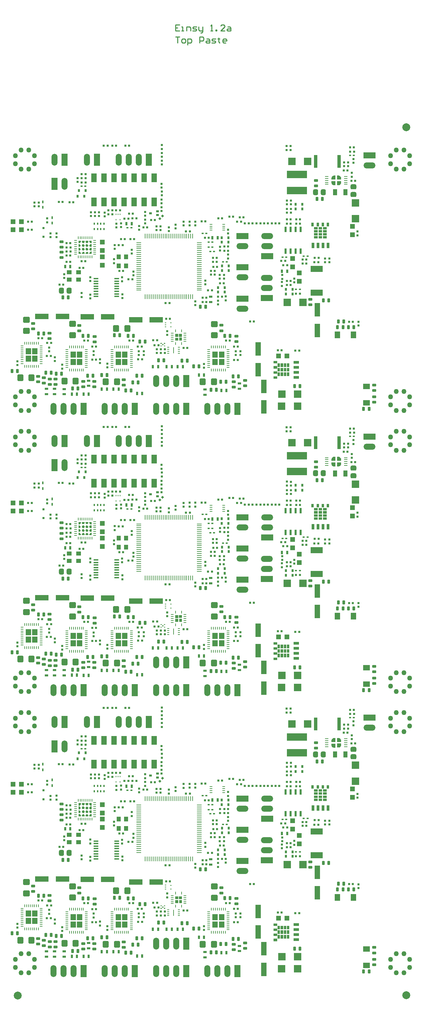
<source format=gtp>
G04*
G04 #@! TF.GenerationSoftware,Altium Limited,Altium Designer,18.1.9 (240)*
G04*
G04 Layer_Color=8421504*
%FSLAX24Y24*%
%MOIN*%
G70*
G01*
G75*
%ADD10C,0.0100*%
%ADD11O,0.1190X0.0590*%
%ADD12R,0.1190X0.0590*%
%ADD13R,0.0590X0.1190*%
%ADD14O,0.0590X0.1190*%
%ADD15R,0.0528X0.0618*%
G04:AMPARAMS|DCode=16|XSize=78.7mil|YSize=78.7mil|CornerRadius=39.4mil|HoleSize=0mil|Usage=FLASHONLY|Rotation=90.000|XOffset=0mil|YOffset=0mil|HoleType=Round|Shape=RoundedRectangle|*
%AMROUNDEDRECTD16*
21,1,0.0787,0.0000,0,0,90.0*
21,1,0.0000,0.0787,0,0,90.0*
1,1,0.0787,0.0000,0.0000*
1,1,0.0787,0.0000,0.0000*
1,1,0.0787,0.0000,0.0000*
1,1,0.0787,0.0000,0.0000*
%
%ADD16ROUNDEDRECTD16*%
%ADD17R,0.0260X0.0540*%
%ADD18R,0.0540X0.0260*%
G04:AMPARAMS|DCode=19|XSize=20mil|YSize=22mil|CornerRadius=3.4mil|HoleSize=0mil|Usage=FLASHONLY|Rotation=180.000|XOffset=0mil|YOffset=0mil|HoleType=Round|Shape=RoundedRectangle|*
%AMROUNDEDRECTD19*
21,1,0.0200,0.0152,0,0,180.0*
21,1,0.0132,0.0220,0,0,180.0*
1,1,0.0068,-0.0066,0.0076*
1,1,0.0068,0.0066,0.0076*
1,1,0.0068,0.0066,-0.0076*
1,1,0.0068,-0.0066,-0.0076*
%
%ADD19ROUNDEDRECTD19*%
G04:AMPARAMS|DCode=20|XSize=20mil|YSize=22mil|CornerRadius=3.4mil|HoleSize=0mil|Usage=FLASHONLY|Rotation=90.000|XOffset=0mil|YOffset=0mil|HoleType=Round|Shape=RoundedRectangle|*
%AMROUNDEDRECTD20*
21,1,0.0200,0.0152,0,0,90.0*
21,1,0.0132,0.0220,0,0,90.0*
1,1,0.0068,0.0076,0.0066*
1,1,0.0068,0.0076,-0.0066*
1,1,0.0068,-0.0076,-0.0066*
1,1,0.0068,-0.0076,0.0066*
%
%ADD20ROUNDEDRECTD20*%
%ADD21R,0.0197X0.0177*%
G04:AMPARAMS|DCode=22|XSize=20mil|YSize=22mil|CornerRadius=3.4mil|HoleSize=0mil|Usage=FLASHONLY|Rotation=225.000|XOffset=0mil|YOffset=0mil|HoleType=Round|Shape=RoundedRectangle|*
%AMROUNDEDRECTD22*
21,1,0.0200,0.0152,0,0,225.0*
21,1,0.0132,0.0220,0,0,225.0*
1,1,0.0068,-0.0100,0.0007*
1,1,0.0068,-0.0007,0.0100*
1,1,0.0068,0.0100,-0.0007*
1,1,0.0068,0.0007,-0.0100*
%
%ADD22ROUNDEDRECTD22*%
%ADD23R,0.0571X0.0897*%
%ADD24R,0.0295X0.0097*%
G04:AMPARAMS|DCode=25|XSize=27.1mil|YSize=37.4mil|CornerRadius=4.8mil|HoleSize=0mil|Usage=FLASHONLY|Rotation=180.000|XOffset=0mil|YOffset=0mil|HoleType=Round|Shape=RoundedRectangle|*
%AMROUNDEDRECTD25*
21,1,0.0271,0.0277,0,0,180.0*
21,1,0.0175,0.0374,0,0,180.0*
1,1,0.0097,-0.0087,0.0139*
1,1,0.0097,0.0087,0.0139*
1,1,0.0097,0.0087,-0.0139*
1,1,0.0097,-0.0087,-0.0139*
%
%ADD25ROUNDEDRECTD25*%
%ADD26R,0.1988X0.0762*%
%ADD27R,0.0770X0.0770*%
G04:AMPARAMS|DCode=28|XSize=50mil|YSize=58mil|CornerRadius=12mil|HoleSize=0mil|Usage=FLASHONLY|Rotation=270.000|XOffset=0mil|YOffset=0mil|HoleType=Round|Shape=RoundedRectangle|*
%AMROUNDEDRECTD28*
21,1,0.0500,0.0340,0,0,270.0*
21,1,0.0260,0.0580,0,0,270.0*
1,1,0.0240,-0.0170,-0.0130*
1,1,0.0240,-0.0170,0.0130*
1,1,0.0240,0.0170,0.0130*
1,1,0.0240,0.0170,-0.0130*
%
%ADD28ROUNDEDRECTD28*%
%ADD29R,0.0413X0.0649*%
%ADD30R,0.0523X0.0689*%
%ADD31R,0.0180X0.0260*%
%ADD32R,0.0480X0.0130*%
%ADD33R,0.1240X0.0610*%
G04:AMPARAMS|DCode=34|XSize=50mil|YSize=58mil|CornerRadius=12mil|HoleSize=0mil|Usage=FLASHONLY|Rotation=180.000|XOffset=0mil|YOffset=0mil|HoleType=Round|Shape=RoundedRectangle|*
%AMROUNDEDRECTD34*
21,1,0.0500,0.0340,0,0,180.0*
21,1,0.0260,0.0580,0,0,180.0*
1,1,0.0240,-0.0130,0.0170*
1,1,0.0240,0.0130,0.0170*
1,1,0.0240,0.0130,-0.0170*
1,1,0.0240,-0.0130,-0.0170*
%
%ADD34ROUNDEDRECTD34*%
%ADD35R,0.0500X0.0400*%
%ADD36R,0.0180X0.0240*%
G04:AMPARAMS|DCode=37|XSize=27.1mil|YSize=37.4mil|CornerRadius=4.8mil|HoleSize=0mil|Usage=FLASHONLY|Rotation=90.000|XOffset=0mil|YOffset=0mil|HoleType=Round|Shape=RoundedRectangle|*
%AMROUNDEDRECTD37*
21,1,0.0271,0.0277,0,0,90.0*
21,1,0.0175,0.0374,0,0,90.0*
1,1,0.0097,0.0139,0.0087*
1,1,0.0097,0.0139,-0.0087*
1,1,0.0097,-0.0139,-0.0087*
1,1,0.0097,-0.0139,0.0087*
%
%ADD37ROUNDEDRECTD37*%
%ADD38O,0.0078X0.0492*%
%ADD39O,0.0492X0.0078*%
%ADD40R,0.0220X0.0220*%
%ADD41R,0.0334X0.1279*%
%ADD42C,0.0500*%
G04:AMPARAMS|DCode=43|XSize=61mil|YSize=69mil|CornerRadius=14.8mil|HoleSize=0mil|Usage=FLASHONLY|Rotation=90.000|XOffset=0mil|YOffset=0mil|HoleType=Round|Shape=RoundedRectangle|*
%AMROUNDEDRECTD43*
21,1,0.0610,0.0395,0,0,90.0*
21,1,0.0315,0.0690,0,0,90.0*
1,1,0.0295,0.0198,0.0158*
1,1,0.0295,0.0198,-0.0158*
1,1,0.0295,-0.0198,-0.0158*
1,1,0.0295,-0.0198,0.0158*
%
%ADD43ROUNDEDRECTD43*%
%ADD44R,0.1319X0.0531*%
%ADD45R,0.0220X0.0580*%
%ADD46R,0.0460X0.0460*%
%ADD47R,0.0244X0.0326*%
%ADD48O,0.0078X0.0315*%
%ADD49O,0.0315X0.0078*%
G04:AMPARAMS|DCode=50|XSize=9mil|YSize=29.5mil|CornerRadius=3.4mil|HoleSize=0mil|Usage=FLASHONLY|Rotation=180.000|XOffset=0mil|YOffset=0mil|HoleType=Round|Shape=RoundedRectangle|*
%AMROUNDEDRECTD50*
21,1,0.0090,0.0227,0,0,180.0*
21,1,0.0022,0.0295,0,0,180.0*
1,1,0.0068,-0.0011,0.0113*
1,1,0.0068,0.0011,0.0113*
1,1,0.0068,0.0011,-0.0113*
1,1,0.0068,-0.0011,-0.0113*
%
%ADD50ROUNDEDRECTD50*%
G04:AMPARAMS|DCode=51|XSize=9mil|YSize=29.5mil|CornerRadius=3.4mil|HoleSize=0mil|Usage=FLASHONLY|Rotation=270.000|XOffset=0mil|YOffset=0mil|HoleType=Round|Shape=RoundedRectangle|*
%AMROUNDEDRECTD51*
21,1,0.0090,0.0227,0,0,270.0*
21,1,0.0022,0.0295,0,0,270.0*
1,1,0.0068,-0.0113,-0.0011*
1,1,0.0068,-0.0113,0.0011*
1,1,0.0068,0.0113,0.0011*
1,1,0.0068,0.0113,-0.0011*
%
%ADD51ROUNDEDRECTD51*%
%ADD52R,0.0216X0.0295*%
%ADD53R,0.0382X0.0097*%
%ADD54R,0.0295X0.0197*%
%ADD55R,0.0197X0.0078*%
%ADD56R,0.0059X0.0610*%
%ADD57R,0.0157X0.0098*%
%ADD58O,0.0090X0.0295*%
%ADD59O,0.0295X0.0090*%
%ADD60P,0.0185X4X180.0*%
%ADD61R,0.0098X0.0157*%
%ADD62R,0.0326X0.0244*%
%ADD63R,0.0531X0.1319*%
G04:AMPARAMS|DCode=64|XSize=61mil|YSize=69mil|CornerRadius=14.8mil|HoleSize=0mil|Usage=FLASHONLY|Rotation=180.000|XOffset=0mil|YOffset=0mil|HoleType=Round|Shape=RoundedRectangle|*
%AMROUNDEDRECTD64*
21,1,0.0610,0.0395,0,0,180.0*
21,1,0.0315,0.0690,0,0,180.0*
1,1,0.0295,-0.0158,0.0198*
1,1,0.0295,0.0158,0.0198*
1,1,0.0295,0.0158,-0.0198*
1,1,0.0295,-0.0158,-0.0198*
%
%ADD64ROUNDEDRECTD64*%
%ADD65R,0.0460X0.0460*%
%ADD66R,0.0770X0.0770*%
%ADD67R,0.0400X0.0500*%
%ADD68R,0.0689X0.0523*%
G36*
X35764Y82927D02*
X35789D01*
X35839Y82917D01*
X35885Y82898D01*
X35927Y82870D01*
X35963Y82834D01*
X35991Y82792D01*
X36010Y82746D01*
X36020Y82696D01*
Y82671D01*
X36020Y82526D01*
X35619Y82526D01*
X35619Y82927D01*
X35764Y82927D01*
D02*
G37*
G36*
X35465Y82522D02*
X35063Y82522D01*
X35063Y82667D01*
Y82693D01*
X35073Y82742D01*
X35093Y82789D01*
X35121Y82830D01*
X35156Y82866D01*
X35198Y82894D01*
X35245Y82913D01*
X35294Y82923D01*
X35319D01*
X35465Y82923D01*
X35465Y82522D01*
D02*
G37*
G36*
X36024Y82226D02*
Y82201D01*
X36014Y82152D01*
X35995Y82105D01*
X35967Y82063D01*
X35931Y82028D01*
X35889Y82000D01*
X35843Y81980D01*
X35793Y81970D01*
X35768D01*
X35622Y81970D01*
X35622Y82372D01*
X36024Y82372D01*
X36024Y82226D01*
D02*
G37*
G36*
X35469Y82368D02*
X35469Y81967D01*
X35323Y81967D01*
X35298D01*
X35249Y81976D01*
X35202Y81996D01*
X35160Y82024D01*
X35124Y82059D01*
X35096Y82101D01*
X35077Y82148D01*
X35067Y82197D01*
Y82222D01*
X35067Y82368D01*
X35469Y82368D01*
D02*
G37*
G36*
X34824Y77877D02*
X34588D01*
Y78231D01*
X34824D01*
Y77877D01*
D02*
G37*
G36*
X34313D02*
X34076D01*
Y78231D01*
X34313D01*
Y77877D01*
D02*
G37*
G36*
X33811D02*
X33574D01*
Y78231D01*
X33811D01*
Y77877D01*
D02*
G37*
G36*
X33299D02*
X33063D01*
Y78231D01*
X33299D01*
Y77877D01*
D02*
G37*
G36*
X34588Y77582D02*
X34234D01*
Y77818D01*
X34588D01*
Y77582D01*
D02*
G37*
G36*
X34135D02*
X33781D01*
Y77818D01*
X34135D01*
Y77582D01*
D02*
G37*
G36*
X33683D02*
X33328D01*
Y77818D01*
X33683D01*
Y77582D01*
D02*
G37*
G36*
X34588Y77277D02*
X34234D01*
Y77513D01*
X34588D01*
Y77277D01*
D02*
G37*
G36*
X34135D02*
X33781D01*
Y77513D01*
X34135D01*
Y77277D01*
D02*
G37*
G36*
X33683D02*
X33328D01*
Y77513D01*
X33683D01*
Y77277D01*
D02*
G37*
G36*
X34588Y76962D02*
X34234D01*
Y77198D01*
X34588D01*
Y76962D01*
D02*
G37*
G36*
X34135D02*
X33781D01*
Y77198D01*
X34135D01*
Y76962D01*
D02*
G37*
G36*
X33683D02*
X33328D01*
Y77198D01*
X33683D01*
Y76962D01*
D02*
G37*
G36*
X34588Y76656D02*
X34234D01*
Y76893D01*
X34588D01*
Y76656D01*
D02*
G37*
G36*
X34135D02*
X33781D01*
Y76893D01*
X34135D01*
Y76656D01*
D02*
G37*
G36*
X33683D02*
X33328D01*
Y76893D01*
X33683D01*
Y76656D01*
D02*
G37*
G36*
X10822Y76312D02*
X10723Y76214D01*
X10641D01*
X10546Y76307D01*
Y76441D01*
X10822D01*
Y76312D01*
D02*
G37*
G36*
X10448D02*
X10349Y76214D01*
X10267D01*
X10172Y76307D01*
Y76441D01*
X10448D01*
Y76312D01*
D02*
G37*
G36*
X11156Y76194D02*
X11038D01*
X10910Y76322D01*
Y76441D01*
X11156D01*
Y76194D01*
D02*
G37*
G36*
X10083Y76322D02*
X9956Y76194D01*
X9837D01*
Y76441D01*
X10083D01*
Y76322D01*
D02*
G37*
G36*
X10438Y76017D02*
Y75919D01*
X10359Y75840D01*
X10261D01*
X10172Y75929D01*
Y76007D01*
X10270Y76106D01*
X10349D01*
X10438Y76017D01*
D02*
G37*
G36*
X11156Y75830D02*
X11027D01*
X10930Y75929D01*
Y76011D01*
X11023Y76106D01*
X11156D01*
Y75830D01*
D02*
G37*
G36*
X10822Y76007D02*
Y75929D01*
X10723Y75830D01*
X10644D01*
X10556Y75919D01*
Y76017D01*
X10635Y76096D01*
X10733D01*
X10822Y76007D01*
D02*
G37*
G36*
X10064Y76007D02*
Y75919D01*
X9975Y75830D01*
X9837D01*
Y76106D01*
X9965D01*
X10064Y76007D01*
D02*
G37*
G36*
X10438Y75643D02*
Y75545D01*
X10359Y75466D01*
X10261D01*
X10172Y75555D01*
Y75633D01*
X10270Y75732D01*
X10349D01*
X10438Y75643D01*
D02*
G37*
G36*
X11156Y75456D02*
X11028D01*
X10930Y75555D01*
Y75643D01*
X11019Y75732D01*
X11156D01*
Y75456D01*
D02*
G37*
G36*
X10822Y75633D02*
Y75555D01*
X10723Y75456D01*
X10644D01*
X10556Y75545D01*
Y75643D01*
X10635Y75722D01*
X10733D01*
X10822Y75633D01*
D02*
G37*
G36*
X10064Y75633D02*
Y75551D01*
X9970Y75456D01*
X9837D01*
Y75732D01*
X9966D01*
X10064Y75633D01*
D02*
G37*
G36*
X11156Y75122D02*
X10910D01*
Y75240D01*
X11038Y75368D01*
X11156D01*
Y75122D01*
D02*
G37*
G36*
X10822Y75255D02*
Y75122D01*
X10546D01*
Y75251D01*
X10645Y75348D01*
X10727D01*
X10822Y75255D01*
D02*
G37*
G36*
X10448D02*
Y75122D01*
X10172D01*
Y75251D01*
X10271Y75348D01*
X10353D01*
X10448Y75255D01*
D02*
G37*
G36*
X10083Y75240D02*
Y75122D01*
X9837D01*
Y75368D01*
X9956D01*
X10083Y75240D01*
D02*
G37*
G36*
X20155Y66878D02*
X19868D01*
Y67161D01*
X20155D01*
Y66878D01*
D02*
G37*
G36*
X19777Y66874D02*
X19494D01*
Y67161D01*
X19777D01*
Y66874D01*
D02*
G37*
G36*
X20155Y66500D02*
X19872D01*
Y66787D01*
X20155D01*
Y66500D01*
D02*
G37*
G36*
X19781D02*
X19494D01*
Y66783D01*
X19781D01*
Y66500D01*
D02*
G37*
G36*
X18494Y66181D02*
X18401Y66181D01*
X18352Y66230D01*
X18352Y66263D01*
X18494D01*
Y66181D01*
D02*
G37*
G36*
X18167Y66230D02*
X18118Y66181D01*
X18025Y66181D01*
Y66263D01*
X18167D01*
X18167Y66230D01*
D02*
G37*
G36*
X18494Y65921D02*
X18352D01*
X18352Y65954D01*
X18401Y66003D01*
X18494Y66003D01*
Y65921D01*
D02*
G37*
G36*
X18118Y66003D02*
X18167Y65954D01*
X18167Y65921D01*
X18025D01*
Y66003D01*
X18118Y66003D01*
D02*
G37*
G36*
X29637Y64228D02*
X29283D01*
Y64464D01*
X29637D01*
Y64228D01*
D02*
G37*
G36*
X30857Y63873D02*
X30621D01*
Y64228D01*
X30857D01*
Y63873D01*
D02*
G37*
G36*
X30552D02*
X30316D01*
Y64228D01*
X30552D01*
Y63873D01*
D02*
G37*
G36*
X30237D02*
X30001D01*
Y64228D01*
X30237D01*
Y63873D01*
D02*
G37*
G36*
X29932D02*
X29696D01*
Y64228D01*
X29932D01*
Y63873D01*
D02*
G37*
G36*
X29637Y63716D02*
X29283D01*
Y63952D01*
X29637D01*
Y63716D01*
D02*
G37*
G36*
X30857Y63421D02*
X30621D01*
Y63775D01*
X30857D01*
Y63421D01*
D02*
G37*
G36*
X30552D02*
X30316D01*
Y63775D01*
X30552D01*
Y63421D01*
D02*
G37*
G36*
X30237D02*
X30001D01*
Y63775D01*
X30237D01*
Y63421D01*
D02*
G37*
G36*
X29932D02*
X29696D01*
Y63775D01*
X29932D01*
Y63421D01*
D02*
G37*
G36*
X29637Y63214D02*
X29283D01*
Y63450D01*
X29637D01*
Y63214D01*
D02*
G37*
G36*
X30857Y62968D02*
X30621D01*
Y63322D01*
X30857D01*
Y62968D01*
D02*
G37*
G36*
X30552D02*
X30316D01*
Y63322D01*
X30552D01*
Y62968D01*
D02*
G37*
G36*
X30237D02*
X30001D01*
Y63322D01*
X30237D01*
Y62968D01*
D02*
G37*
G36*
X29932D02*
X29696D01*
Y63322D01*
X29932D01*
Y62968D01*
D02*
G37*
G36*
X29637Y62702D02*
X29283D01*
Y62938D01*
X29637D01*
Y62702D01*
D02*
G37*
G36*
X35764Y54935D02*
X35789D01*
X35839Y54925D01*
X35885Y54906D01*
X35927Y54878D01*
X35963Y54842D01*
X35991Y54800D01*
X36010Y54754D01*
X36020Y54704D01*
Y54679D01*
X36020Y54533D01*
X35619Y54533D01*
X35619Y54935D01*
X35764Y54935D01*
D02*
G37*
G36*
X35465Y54530D02*
X35063Y54530D01*
X35063Y54675D01*
Y54700D01*
X35073Y54750D01*
X35093Y54796D01*
X35121Y54838D01*
X35156Y54874D01*
X35198Y54902D01*
X35245Y54921D01*
X35294Y54931D01*
X35319D01*
X35465Y54931D01*
X35465Y54530D01*
D02*
G37*
G36*
X36024Y54234D02*
Y54209D01*
X36014Y54160D01*
X35995Y54113D01*
X35967Y54071D01*
X35931Y54035D01*
X35889Y54007D01*
X35843Y53988D01*
X35793Y53978D01*
X35768D01*
X35622Y53978D01*
X35622Y54380D01*
X36024Y54380D01*
X36024Y54234D01*
D02*
G37*
G36*
X35469Y54376D02*
X35469Y53974D01*
X35323Y53974D01*
X35298D01*
X35249Y53984D01*
X35202Y54004D01*
X35160Y54032D01*
X35124Y54067D01*
X35096Y54109D01*
X35077Y54156D01*
X35067Y54205D01*
Y54230D01*
X35067Y54376D01*
X35469Y54376D01*
D02*
G37*
G36*
X34824Y49885D02*
X34588D01*
Y50239D01*
X34824D01*
Y49885D01*
D02*
G37*
G36*
X34313D02*
X34076D01*
Y50239D01*
X34313D01*
Y49885D01*
D02*
G37*
G36*
X33811D02*
X33574D01*
Y50239D01*
X33811D01*
Y49885D01*
D02*
G37*
G36*
X33299D02*
X33063D01*
Y50239D01*
X33299D01*
Y49885D01*
D02*
G37*
G36*
X34588Y49590D02*
X34234D01*
Y49826D01*
X34588D01*
Y49590D01*
D02*
G37*
G36*
X34135D02*
X33781D01*
Y49826D01*
X34135D01*
Y49590D01*
D02*
G37*
G36*
X33683D02*
X33328D01*
Y49826D01*
X33683D01*
Y49590D01*
D02*
G37*
G36*
X34588Y49284D02*
X34234D01*
Y49521D01*
X34588D01*
Y49284D01*
D02*
G37*
G36*
X34135D02*
X33781D01*
Y49521D01*
X34135D01*
Y49284D01*
D02*
G37*
G36*
X33683D02*
X33328D01*
Y49521D01*
X33683D01*
Y49284D01*
D02*
G37*
G36*
X34588Y48969D02*
X34234D01*
Y49206D01*
X34588D01*
Y48969D01*
D02*
G37*
G36*
X34135D02*
X33781D01*
Y49206D01*
X34135D01*
Y48969D01*
D02*
G37*
G36*
X33683D02*
X33328D01*
Y49206D01*
X33683D01*
Y48969D01*
D02*
G37*
G36*
X34588Y48664D02*
X34234D01*
Y48901D01*
X34588D01*
Y48664D01*
D02*
G37*
G36*
X34135D02*
X33781D01*
Y48901D01*
X34135D01*
Y48664D01*
D02*
G37*
G36*
X33683D02*
X33328D01*
Y48901D01*
X33683D01*
Y48664D01*
D02*
G37*
G36*
X10822Y48320D02*
X10723Y48222D01*
X10641D01*
X10546Y48315D01*
Y48448D01*
X10822D01*
Y48320D01*
D02*
G37*
G36*
X10448D02*
X10349Y48222D01*
X10267D01*
X10172Y48315D01*
Y48448D01*
X10448D01*
Y48320D01*
D02*
G37*
G36*
X11156Y48202D02*
X11038D01*
X10910Y48330D01*
Y48448D01*
X11156D01*
Y48202D01*
D02*
G37*
G36*
X10083Y48330D02*
X9956Y48202D01*
X9837D01*
Y48448D01*
X10083D01*
Y48330D01*
D02*
G37*
G36*
X10438Y48025D02*
Y47927D01*
X10359Y47848D01*
X10261D01*
X10172Y47937D01*
Y48015D01*
X10270Y48114D01*
X10349D01*
X10438Y48025D01*
D02*
G37*
G36*
X11156Y47838D02*
X11027D01*
X10930Y47937D01*
Y48019D01*
X11023Y48114D01*
X11156D01*
Y47838D01*
D02*
G37*
G36*
X10822Y48015D02*
Y47937D01*
X10723Y47838D01*
X10644D01*
X10556Y47927D01*
Y48025D01*
X10635Y48104D01*
X10733D01*
X10822Y48015D01*
D02*
G37*
G36*
X10064Y48015D02*
Y47927D01*
X9975Y47838D01*
X9837D01*
Y48114D01*
X9965D01*
X10064Y48015D01*
D02*
G37*
G36*
X10438Y47651D02*
Y47553D01*
X10359Y47474D01*
X10261D01*
X10172Y47563D01*
Y47641D01*
X10270Y47740D01*
X10349D01*
X10438Y47651D01*
D02*
G37*
G36*
X11156Y47464D02*
X11028D01*
X10930Y47563D01*
Y47651D01*
X11019Y47740D01*
X11156D01*
Y47464D01*
D02*
G37*
G36*
X10822Y47641D02*
Y47563D01*
X10723Y47464D01*
X10644D01*
X10556Y47553D01*
Y47651D01*
X10635Y47730D01*
X10733D01*
X10822Y47641D01*
D02*
G37*
G36*
X10064Y47641D02*
Y47559D01*
X9970Y47464D01*
X9837D01*
Y47740D01*
X9966D01*
X10064Y47641D01*
D02*
G37*
G36*
X11156Y47130D02*
X10910D01*
Y47248D01*
X11038Y47376D01*
X11156D01*
Y47130D01*
D02*
G37*
G36*
X10822Y47263D02*
Y47130D01*
X10546D01*
Y47258D01*
X10645Y47356D01*
X10727D01*
X10822Y47263D01*
D02*
G37*
G36*
X10448D02*
Y47130D01*
X10172D01*
Y47258D01*
X10271Y47356D01*
X10353D01*
X10448Y47263D01*
D02*
G37*
G36*
X10083Y47248D02*
Y47130D01*
X9837D01*
Y47376D01*
X9956D01*
X10083Y47248D01*
D02*
G37*
G36*
X20155Y38886D02*
X19868D01*
Y39169D01*
X20155D01*
Y38886D01*
D02*
G37*
G36*
X19777Y38882D02*
X19494D01*
Y39169D01*
X19777D01*
Y38882D01*
D02*
G37*
G36*
X20155Y38508D02*
X19872D01*
Y38795D01*
X20155D01*
Y38508D01*
D02*
G37*
G36*
X19781D02*
X19494D01*
Y38791D01*
X19781D01*
Y38508D01*
D02*
G37*
G36*
X18494Y38189D02*
X18401Y38189D01*
X18352Y38238D01*
X18352Y38271D01*
X18494D01*
Y38189D01*
D02*
G37*
G36*
X18167Y38238D02*
X18118Y38189D01*
X18025Y38189D01*
Y38271D01*
X18167D01*
X18167Y38238D01*
D02*
G37*
G36*
X18494Y37929D02*
X18352D01*
X18352Y37962D01*
X18401Y38011D01*
X18494Y38011D01*
Y37929D01*
D02*
G37*
G36*
X18118Y38011D02*
X18167Y37962D01*
X18167Y37929D01*
X18025D01*
Y38011D01*
X18118Y38011D01*
D02*
G37*
G36*
X29637Y36236D02*
X29283D01*
Y36472D01*
X29637D01*
Y36236D01*
D02*
G37*
G36*
X30857Y35881D02*
X30621D01*
Y36236D01*
X30857D01*
Y35881D01*
D02*
G37*
G36*
X30552D02*
X30316D01*
Y36236D01*
X30552D01*
Y35881D01*
D02*
G37*
G36*
X30237D02*
X30001D01*
Y36236D01*
X30237D01*
Y35881D01*
D02*
G37*
G36*
X29932D02*
X29696D01*
Y36236D01*
X29932D01*
Y35881D01*
D02*
G37*
G36*
X29637Y35724D02*
X29283D01*
Y35960D01*
X29637D01*
Y35724D01*
D02*
G37*
G36*
X30857Y35429D02*
X30621D01*
Y35783D01*
X30857D01*
Y35429D01*
D02*
G37*
G36*
X30552D02*
X30316D01*
Y35783D01*
X30552D01*
Y35429D01*
D02*
G37*
G36*
X30237D02*
X30001D01*
Y35783D01*
X30237D01*
Y35429D01*
D02*
G37*
G36*
X29932D02*
X29696D01*
Y35783D01*
X29932D01*
Y35429D01*
D02*
G37*
G36*
X29637Y35222D02*
X29283D01*
Y35458D01*
X29637D01*
Y35222D01*
D02*
G37*
G36*
X30857Y34976D02*
X30621D01*
Y35330D01*
X30857D01*
Y34976D01*
D02*
G37*
G36*
X30552D02*
X30316D01*
Y35330D01*
X30552D01*
Y34976D01*
D02*
G37*
G36*
X30237D02*
X30001D01*
Y35330D01*
X30237D01*
Y34976D01*
D02*
G37*
G36*
X29932D02*
X29696D01*
Y35330D01*
X29932D01*
Y34976D01*
D02*
G37*
G36*
X29637Y34710D02*
X29283D01*
Y34946D01*
X29637D01*
Y34710D01*
D02*
G37*
G36*
X35764Y26943D02*
X35789D01*
X35839Y26933D01*
X35885Y26914D01*
X35927Y26886D01*
X35963Y26850D01*
X35991Y26808D01*
X36010Y26762D01*
X36020Y26712D01*
Y26687D01*
X36020Y26541D01*
X35619Y26541D01*
X35619Y26943D01*
X35764Y26943D01*
D02*
G37*
G36*
X35465Y26537D02*
X35063Y26537D01*
X35063Y26683D01*
Y26708D01*
X35073Y26758D01*
X35093Y26804D01*
X35121Y26846D01*
X35156Y26882D01*
X35198Y26910D01*
X35245Y26929D01*
X35294Y26939D01*
X35319D01*
X35465Y26939D01*
X35465Y26537D01*
D02*
G37*
G36*
X36024Y26242D02*
Y26217D01*
X36014Y26167D01*
X35995Y26121D01*
X35967Y26079D01*
X35931Y26043D01*
X35889Y26015D01*
X35843Y25996D01*
X35793Y25986D01*
X35768D01*
X35622Y25986D01*
X35622Y26388D01*
X36024Y26388D01*
X36024Y26242D01*
D02*
G37*
G36*
X35469Y26384D02*
X35469Y25982D01*
X35323Y25982D01*
X35298D01*
X35249Y25992D01*
X35202Y26011D01*
X35160Y26039D01*
X35124Y26075D01*
X35096Y26117D01*
X35077Y26164D01*
X35067Y26213D01*
Y26238D01*
X35067Y26384D01*
X35469Y26384D01*
D02*
G37*
G36*
X34824Y21893D02*
X34588D01*
Y22247D01*
X34824D01*
Y21893D01*
D02*
G37*
G36*
X34313D02*
X34076D01*
Y22247D01*
X34313D01*
Y21893D01*
D02*
G37*
G36*
X33811D02*
X33574D01*
Y22247D01*
X33811D01*
Y21893D01*
D02*
G37*
G36*
X33299D02*
X33063D01*
Y22247D01*
X33299D01*
Y21893D01*
D02*
G37*
G36*
X34588Y21597D02*
X34234D01*
Y21834D01*
X34588D01*
Y21597D01*
D02*
G37*
G36*
X34135D02*
X33781D01*
Y21834D01*
X34135D01*
Y21597D01*
D02*
G37*
G36*
X33683D02*
X33328D01*
Y21834D01*
X33683D01*
Y21597D01*
D02*
G37*
G36*
X34588Y21292D02*
X34234D01*
Y21528D01*
X34588D01*
Y21292D01*
D02*
G37*
G36*
X34135D02*
X33781D01*
Y21528D01*
X34135D01*
Y21292D01*
D02*
G37*
G36*
X33683D02*
X33328D01*
Y21528D01*
X33683D01*
Y21292D01*
D02*
G37*
G36*
X34588Y20977D02*
X34234D01*
Y21214D01*
X34588D01*
Y20977D01*
D02*
G37*
G36*
X34135D02*
X33781D01*
Y21214D01*
X34135D01*
Y20977D01*
D02*
G37*
G36*
X33683D02*
X33328D01*
Y21214D01*
X33683D01*
Y20977D01*
D02*
G37*
G36*
X34588Y20672D02*
X34234D01*
Y20908D01*
X34588D01*
Y20672D01*
D02*
G37*
G36*
X34135D02*
X33781D01*
Y20908D01*
X34135D01*
Y20672D01*
D02*
G37*
G36*
X33683D02*
X33328D01*
Y20908D01*
X33683D01*
Y20672D01*
D02*
G37*
G36*
X10822Y20327D02*
X10723Y20230D01*
X10641D01*
X10546Y20323D01*
Y20456D01*
X10822D01*
Y20327D01*
D02*
G37*
G36*
X10448D02*
X10349Y20230D01*
X10267D01*
X10172Y20323D01*
Y20456D01*
X10448D01*
Y20327D01*
D02*
G37*
G36*
X11156Y20210D02*
X11038D01*
X10910Y20338D01*
Y20456D01*
X11156D01*
Y20210D01*
D02*
G37*
G36*
X10083Y20338D02*
X9956Y20210D01*
X9837D01*
Y20456D01*
X10083D01*
Y20338D01*
D02*
G37*
G36*
X10438Y20033D02*
Y19935D01*
X10359Y19856D01*
X10261D01*
X10172Y19944D01*
Y20023D01*
X10270Y20122D01*
X10349D01*
X10438Y20033D01*
D02*
G37*
G36*
X11156Y19846D02*
X11027D01*
X10930Y19945D01*
Y20027D01*
X11023Y20122D01*
X11156D01*
Y19846D01*
D02*
G37*
G36*
X10822Y20023D02*
Y19944D01*
X10723Y19846D01*
X10644D01*
X10556Y19935D01*
Y20033D01*
X10635Y20112D01*
X10733D01*
X10822Y20023D01*
D02*
G37*
G36*
X10064Y20023D02*
Y19935D01*
X9975Y19846D01*
X9837D01*
Y20122D01*
X9965D01*
X10064Y20023D01*
D02*
G37*
G36*
X10438Y19659D02*
Y19561D01*
X10359Y19482D01*
X10261D01*
X10172Y19570D01*
Y19649D01*
X10270Y19748D01*
X10349D01*
X10438Y19659D01*
D02*
G37*
G36*
X11156Y19472D02*
X11028D01*
X10930Y19570D01*
Y19659D01*
X11019Y19748D01*
X11156D01*
Y19472D01*
D02*
G37*
G36*
X10822Y19649D02*
Y19570D01*
X10723Y19472D01*
X10644D01*
X10556Y19561D01*
Y19659D01*
X10635Y19738D01*
X10733D01*
X10822Y19649D01*
D02*
G37*
G36*
X10064Y19649D02*
Y19567D01*
X9970Y19472D01*
X9837D01*
Y19748D01*
X9966D01*
X10064Y19649D01*
D02*
G37*
G36*
X11156Y19137D02*
X10910D01*
Y19256D01*
X11038Y19383D01*
X11156D01*
Y19137D01*
D02*
G37*
G36*
X10822Y19270D02*
Y19137D01*
X10546D01*
Y19266D01*
X10645Y19364D01*
X10727D01*
X10822Y19270D01*
D02*
G37*
G36*
X10448D02*
Y19137D01*
X10172D01*
Y19266D01*
X10271Y19364D01*
X10353D01*
X10448Y19270D01*
D02*
G37*
G36*
X10083Y19256D02*
Y19137D01*
X9837D01*
Y19383D01*
X9956D01*
X10083Y19256D01*
D02*
G37*
G36*
X20155Y10893D02*
X19868D01*
Y11177D01*
X20155D01*
Y10893D01*
D02*
G37*
G36*
X19777Y10889D02*
X19494D01*
Y11177D01*
X19777D01*
Y10889D01*
D02*
G37*
G36*
X20155Y10515D02*
X19872D01*
Y10803D01*
X20155D01*
Y10515D01*
D02*
G37*
G36*
X19781D02*
X19494D01*
Y10799D01*
X19781D01*
Y10515D01*
D02*
G37*
G36*
X18494Y10197D02*
X18401Y10197D01*
X18352Y10246D01*
X18352Y10279D01*
X18494D01*
Y10197D01*
D02*
G37*
G36*
X18167Y10246D02*
X18118Y10197D01*
X18025Y10197D01*
Y10279D01*
X18167D01*
X18167Y10246D01*
D02*
G37*
G36*
X18494Y9937D02*
X18352D01*
X18352Y9970D01*
X18401Y10019D01*
X18494Y10019D01*
Y9937D01*
D02*
G37*
G36*
X18118Y10019D02*
X18167Y9970D01*
X18167Y9937D01*
X18025D01*
Y10019D01*
X18118Y10019D01*
D02*
G37*
G36*
X29637Y8244D02*
X29283D01*
Y8480D01*
X29637D01*
Y8244D01*
D02*
G37*
G36*
X30857Y7889D02*
X30621D01*
Y8244D01*
X30857D01*
Y7889D01*
D02*
G37*
G36*
X30552D02*
X30316D01*
Y8244D01*
X30552D01*
Y7889D01*
D02*
G37*
G36*
X30237D02*
X30001D01*
Y8244D01*
X30237D01*
Y7889D01*
D02*
G37*
G36*
X29932D02*
X29696D01*
Y8244D01*
X29932D01*
Y7889D01*
D02*
G37*
G36*
X29637Y7732D02*
X29283D01*
Y7968D01*
X29637D01*
Y7732D01*
D02*
G37*
G36*
X30857Y7436D02*
X30621D01*
Y7791D01*
X30857D01*
Y7436D01*
D02*
G37*
G36*
X30552D02*
X30316D01*
Y7791D01*
X30552D01*
Y7436D01*
D02*
G37*
G36*
X30237D02*
X30001D01*
Y7791D01*
X30237D01*
Y7436D01*
D02*
G37*
G36*
X29932D02*
X29696D01*
Y7791D01*
X29932D01*
Y7436D01*
D02*
G37*
G36*
X29637Y7230D02*
X29283D01*
Y7466D01*
X29637D01*
Y7230D01*
D02*
G37*
G36*
X30857Y6984D02*
X30621D01*
Y7338D01*
X30857D01*
Y6984D01*
D02*
G37*
G36*
X30552D02*
X30316D01*
Y7338D01*
X30552D01*
Y6984D01*
D02*
G37*
G36*
X30237D02*
X30001D01*
Y7338D01*
X30237D01*
Y6984D01*
D02*
G37*
G36*
X29932D02*
X29696D01*
Y7338D01*
X29932D01*
Y6984D01*
D02*
G37*
G36*
X29637Y6718D02*
X29283D01*
Y6954D01*
X29637D01*
Y6718D01*
D02*
G37*
G54D10*
X19528Y96728D02*
X19928D01*
X19728D01*
Y96128D01*
X20228D02*
X20428D01*
X20528Y96228D01*
Y96428D01*
X20428Y96528D01*
X20228D01*
X20128Y96428D01*
Y96228D01*
X20228Y96128D01*
X20728Y95928D02*
Y96528D01*
X21028D01*
X21128Y96428D01*
Y96228D01*
X21028Y96128D01*
X20728D01*
X21928D02*
Y96728D01*
X22227D01*
X22327Y96628D01*
Y96428D01*
X22227Y96328D01*
X21928D01*
X22627Y96528D02*
X22827D01*
X22927Y96428D01*
Y96128D01*
X22627D01*
X22527Y96228D01*
X22627Y96328D01*
X22927D01*
X23127Y96128D02*
X23427D01*
X23527Y96228D01*
X23427Y96328D01*
X23227D01*
X23127Y96428D01*
X23227Y96528D01*
X23527D01*
X23827Y96628D02*
Y96528D01*
X23727D01*
X23927D01*
X23827D01*
Y96228D01*
X23927Y96128D01*
X24527D02*
X24327D01*
X24227Y96228D01*
Y96428D01*
X24327Y96528D01*
X24527D01*
X24627Y96428D01*
Y96328D01*
X24227D01*
X19928Y97928D02*
X19528D01*
Y97328D01*
X19928D01*
X19528Y97628D02*
X19728D01*
X20128Y97328D02*
X20328D01*
X20228D01*
Y97728D01*
X20128D01*
X20628Y97328D02*
Y97728D01*
X20928D01*
X21028Y97628D01*
Y97328D01*
X21228D02*
X21528D01*
X21628Y97428D01*
X21528Y97528D01*
X21328D01*
X21228Y97628D01*
X21328Y97728D01*
X21628D01*
X21828D02*
Y97428D01*
X21928Y97328D01*
X22227D01*
Y97228D01*
X22128Y97128D01*
X22028D01*
X22227Y97328D02*
Y97728D01*
X23027Y97328D02*
X23227D01*
X23127D01*
Y97928D01*
X23027Y97828D01*
X23527Y97328D02*
Y97428D01*
X23627D01*
Y97328D01*
X23527D01*
X24427D02*
X24027D01*
X24427Y97728D01*
Y97828D01*
X24327Y97928D01*
X24127D01*
X24027Y97828D01*
X24727Y97728D02*
X24927D01*
X25027Y97628D01*
Y97328D01*
X24727D01*
X24627Y97428D01*
X24727Y97528D01*
X25027D01*
G54D11*
X28627Y16767D02*
D03*
Y15767D02*
D03*
X26201Y19913D02*
D03*
Y16803D02*
D03*
Y13693D02*
D03*
X38847Y27957D02*
D03*
X28637Y19907D02*
D03*
Y20907D02*
D03*
X28627Y44759D02*
D03*
Y43759D02*
D03*
X26201Y47906D02*
D03*
Y44795D02*
D03*
Y41685D02*
D03*
X38847Y55949D02*
D03*
X28637Y47899D02*
D03*
Y48899D02*
D03*
X28627Y72751D02*
D03*
Y71751D02*
D03*
X26201Y75898D02*
D03*
Y72787D02*
D03*
Y69677D02*
D03*
X38847Y83941D02*
D03*
X28637Y75891D02*
D03*
Y76891D02*
D03*
G54D12*
X28627Y14767D02*
D03*
X26201Y20913D02*
D03*
Y17803D02*
D03*
Y14693D02*
D03*
X38847Y28957D02*
D03*
X28637Y18907D02*
D03*
X28627Y42759D02*
D03*
X26201Y48906D02*
D03*
Y45795D02*
D03*
Y42685D02*
D03*
X38847Y56949D02*
D03*
X28637Y46899D02*
D03*
X28627Y70751D02*
D03*
X26201Y76898D02*
D03*
Y73787D02*
D03*
Y70677D02*
D03*
X38847Y84941D02*
D03*
X28637Y74891D02*
D03*
G54D13*
X11679Y28519D02*
D03*
X16859Y28524D02*
D03*
X10339Y3719D02*
D03*
X15457D02*
D03*
X20576Y6475D02*
D03*
Y3719D02*
D03*
X25698Y3723D02*
D03*
X7469Y26109D02*
D03*
X8469Y28519D02*
D03*
X11679Y56512D02*
D03*
X16859Y56516D02*
D03*
X10339Y31711D02*
D03*
X15457D02*
D03*
X20576Y34467D02*
D03*
Y31711D02*
D03*
X25698Y31715D02*
D03*
X7469Y54102D02*
D03*
X8469Y56512D02*
D03*
X11679Y84504D02*
D03*
X16859Y84508D02*
D03*
X10339Y59704D02*
D03*
X15457D02*
D03*
X20576Y62460D02*
D03*
Y59704D02*
D03*
X25698Y59708D02*
D03*
X7469Y82094D02*
D03*
X8469Y84504D02*
D03*
G54D14*
X10679Y28519D02*
D03*
X13859Y28524D02*
D03*
X14859D02*
D03*
X15859D02*
D03*
X9339Y3719D02*
D03*
X8339D02*
D03*
X7339D02*
D03*
X14457D02*
D03*
X13457D02*
D03*
X12457D02*
D03*
X19576Y6475D02*
D03*
X18576D02*
D03*
X17576D02*
D03*
X19576Y3719D02*
D03*
X18576D02*
D03*
X17576D02*
D03*
X24698Y3723D02*
D03*
X23698D02*
D03*
X22698D02*
D03*
X8469Y26109D02*
D03*
X7469Y28519D02*
D03*
X10679Y56512D02*
D03*
X13859Y56516D02*
D03*
X14859D02*
D03*
X15859D02*
D03*
X9339Y31711D02*
D03*
X8339D02*
D03*
X7339D02*
D03*
X14457D02*
D03*
X13457D02*
D03*
X12457D02*
D03*
X19576Y34467D02*
D03*
X18576D02*
D03*
X17576D02*
D03*
X19576Y31711D02*
D03*
X18576D02*
D03*
X17576D02*
D03*
X24698Y31715D02*
D03*
X23698D02*
D03*
X22698D02*
D03*
X8469Y54102D02*
D03*
X7469Y56512D02*
D03*
X10679Y84504D02*
D03*
X13859Y84508D02*
D03*
X14859D02*
D03*
X15859D02*
D03*
X9339Y59704D02*
D03*
X8339D02*
D03*
X7339D02*
D03*
X14457D02*
D03*
X13457D02*
D03*
X12457D02*
D03*
X19576Y62460D02*
D03*
X18576D02*
D03*
X17576D02*
D03*
X19576Y59704D02*
D03*
X18576D02*
D03*
X17576D02*
D03*
X24698Y59708D02*
D03*
X23698D02*
D03*
X22698D02*
D03*
X8469Y82094D02*
D03*
X7469Y84504D02*
D03*
G54D15*
X23464Y8369D02*
D03*
X24110Y9106D02*
D03*
X23464Y9106D02*
D03*
X24110Y8369D02*
D03*
X5496Y8729D02*
D03*
X4850Y9466D02*
D03*
X5496Y9466D02*
D03*
X4850Y8729D02*
D03*
X9970Y8369D02*
D03*
X9324Y9106D02*
D03*
X9970Y9106D02*
D03*
X9324Y8369D02*
D03*
X14470Y8369D02*
D03*
X13824Y9106D02*
D03*
X14470Y9106D02*
D03*
X13824Y8369D02*
D03*
X23464Y36361D02*
D03*
X24110Y37098D02*
D03*
X23464Y37098D02*
D03*
X24110Y36361D02*
D03*
X5496Y36721D02*
D03*
X4850Y37458D02*
D03*
X5496Y37458D02*
D03*
X4850Y36721D02*
D03*
X9970Y36361D02*
D03*
X9324Y37098D02*
D03*
X9970Y37098D02*
D03*
X9324Y36361D02*
D03*
X14470Y36361D02*
D03*
X13824Y37098D02*
D03*
X14470Y37098D02*
D03*
X13824Y36361D02*
D03*
X23464Y64353D02*
D03*
X24110Y65090D02*
D03*
X23464Y65090D02*
D03*
X24110Y64353D02*
D03*
X5496Y64713D02*
D03*
X4850Y65450D02*
D03*
X5496Y65450D02*
D03*
X4850Y64713D02*
D03*
X9970Y64353D02*
D03*
X9324Y65090D02*
D03*
X9970Y65090D02*
D03*
X9324Y64353D02*
D03*
X14470Y64353D02*
D03*
X13824Y65090D02*
D03*
X14470Y65090D02*
D03*
X13824Y64353D02*
D03*
G54D16*
X42528Y87726D02*
D03*
Y1328D02*
D03*
X3789Y1289D02*
D03*
G54D17*
X33208Y19970D02*
D03*
X33708D02*
D03*
X34208D02*
D03*
X34708D02*
D03*
X33208Y47963D02*
D03*
X33708D02*
D03*
X34208D02*
D03*
X34708D02*
D03*
X33208Y75955D02*
D03*
X33708D02*
D03*
X34208D02*
D03*
X34708D02*
D03*
G54D18*
X31559Y6864D02*
D03*
Y7364D02*
D03*
Y7864D02*
D03*
Y8364D02*
D03*
Y34856D02*
D03*
Y35356D02*
D03*
Y35856D02*
D03*
Y36356D02*
D03*
Y62848D02*
D03*
Y63348D02*
D03*
Y63848D02*
D03*
Y64348D02*
D03*
G54D19*
X12832Y23469D02*
D03*
X13206D02*
D03*
X20307Y9773D02*
D03*
X20681D02*
D03*
X18594Y12677D02*
D03*
X18968D02*
D03*
X17433Y10059D02*
D03*
X17807D02*
D03*
X12367Y29922D02*
D03*
X12741D02*
D03*
X7890Y24332D02*
D03*
X8264D02*
D03*
X7074Y8997D02*
D03*
X6700D02*
D03*
X6224Y10767D02*
D03*
X5850D02*
D03*
X6730Y10277D02*
D03*
X7104D02*
D03*
X33742Y18307D02*
D03*
X33368D02*
D03*
X25734Y8597D02*
D03*
X25360D02*
D03*
X9034Y18347D02*
D03*
X8660D02*
D03*
X24924Y10517D02*
D03*
X24550D02*
D03*
X16174Y8637D02*
D03*
X15800D02*
D03*
X11584Y8617D02*
D03*
X11210D02*
D03*
X14293Y17449D02*
D03*
X13919D02*
D03*
X15294Y10507D02*
D03*
X14920D02*
D03*
X10784D02*
D03*
X10410D02*
D03*
X36664Y27457D02*
D03*
X36290D02*
D03*
X28348Y22177D02*
D03*
X27974D02*
D03*
X25350Y9927D02*
D03*
X25724D02*
D03*
X15770D02*
D03*
X16144D02*
D03*
X11204Y9917D02*
D03*
X11578D02*
D03*
X26950Y12417D02*
D03*
X27324D02*
D03*
X9034Y20227D02*
D03*
X8660D02*
D03*
X9034Y18987D02*
D03*
X8660D02*
D03*
X10520Y18415D02*
D03*
X10146D02*
D03*
X9960Y17767D02*
D03*
X10334D02*
D03*
X7960Y16097D02*
D03*
X8334D02*
D03*
X18535Y14252D02*
D03*
X18909D02*
D03*
X23240Y18747D02*
D03*
X23614D02*
D03*
X14237Y20026D02*
D03*
X13858D02*
D03*
X17672Y10551D02*
D03*
X17293D02*
D03*
X13209Y23079D02*
D03*
X12830D02*
D03*
X5199Y22347D02*
D03*
X4820D02*
D03*
X9319Y24289D02*
D03*
X8940D02*
D03*
X37307Y29331D02*
D03*
X36928D02*
D03*
X10159Y27089D02*
D03*
X10538D02*
D03*
X10159Y26679D02*
D03*
X10538D02*
D03*
X10539Y26259D02*
D03*
X10160D02*
D03*
X30972Y29871D02*
D03*
X30593D02*
D03*
X30972Y29471D02*
D03*
X30593D02*
D03*
X22487Y22387D02*
D03*
X22108D02*
D03*
X31847Y9507D02*
D03*
X31468D02*
D03*
X29717Y9567D02*
D03*
X30096D02*
D03*
X5197Y21537D02*
D03*
X4818D02*
D03*
X37427Y26407D02*
D03*
X37048D02*
D03*
X9037Y19797D02*
D03*
X8658D02*
D03*
X9037Y19387D02*
D03*
X8658D02*
D03*
X20560Y21387D02*
D03*
X20939D02*
D03*
X13979Y23469D02*
D03*
X13600D02*
D03*
X15260Y23139D02*
D03*
X14881D02*
D03*
X14427Y22657D02*
D03*
X14806D02*
D03*
X15615Y22673D02*
D03*
X15236D02*
D03*
X36924Y29744D02*
D03*
X37303D02*
D03*
X32557Y18187D02*
D03*
X32178D02*
D03*
X33777Y18767D02*
D03*
X33398D02*
D03*
X32557Y18577D02*
D03*
X32178D02*
D03*
X30989Y22139D02*
D03*
X30610D02*
D03*
X31919D02*
D03*
X31540D02*
D03*
X30609Y22569D02*
D03*
X30988D02*
D03*
X31539D02*
D03*
X31918D02*
D03*
X30649Y18029D02*
D03*
X30270D02*
D03*
X31527Y15177D02*
D03*
X31906D02*
D03*
X30607Y16057D02*
D03*
X30986D02*
D03*
X30987Y16457D02*
D03*
X30608D02*
D03*
X13583Y29921D02*
D03*
X13204D02*
D03*
X14890D02*
D03*
X14511D02*
D03*
X15396Y20627D02*
D03*
X15017D02*
D03*
X14456D02*
D03*
X14077D02*
D03*
X16308Y21791D02*
D03*
X16687D02*
D03*
X26044Y22350D02*
D03*
X25665D02*
D03*
X23786Y22689D02*
D03*
X24165D02*
D03*
X25253Y22858D02*
D03*
X24874D02*
D03*
X24317Y16227D02*
D03*
X23938D02*
D03*
X24387Y19877D02*
D03*
X24766D02*
D03*
X22584Y14359D02*
D03*
X22205D02*
D03*
X23417Y17072D02*
D03*
X23038D02*
D03*
X22437Y20737D02*
D03*
X22816D02*
D03*
X23137Y15512D02*
D03*
X22758D02*
D03*
X23417Y17462D02*
D03*
X23038D02*
D03*
X24147Y14897D02*
D03*
X23768D02*
D03*
X23237Y18367D02*
D03*
X23616D02*
D03*
X24387Y19457D02*
D03*
X24766D02*
D03*
X22207Y14777D02*
D03*
X22586D02*
D03*
X23667Y17867D02*
D03*
X23288D02*
D03*
X30058Y18443D02*
D03*
X30437D02*
D03*
X29487Y22177D02*
D03*
X29866D02*
D03*
X28732D02*
D03*
X29111D02*
D03*
X27199D02*
D03*
X27578D02*
D03*
X26292Y22767D02*
D03*
X25913D02*
D03*
X26815Y22169D02*
D03*
X26436D02*
D03*
X15213Y16602D02*
D03*
X14834D02*
D03*
X17455Y22529D02*
D03*
X17076D02*
D03*
X36809Y12389D02*
D03*
X37188D02*
D03*
X12832Y51462D02*
D03*
X13206D02*
D03*
X20307Y37765D02*
D03*
X20681D02*
D03*
X18594Y40669D02*
D03*
X18968D02*
D03*
X17433Y38051D02*
D03*
X17807D02*
D03*
X12367Y57914D02*
D03*
X12741D02*
D03*
X7890Y52324D02*
D03*
X8264D02*
D03*
X7074Y36989D02*
D03*
X6700D02*
D03*
X6224Y38759D02*
D03*
X5850D02*
D03*
X6730Y38269D02*
D03*
X7104D02*
D03*
X33742Y46299D02*
D03*
X33368D02*
D03*
X25734Y36589D02*
D03*
X25360D02*
D03*
X9034Y46339D02*
D03*
X8660D02*
D03*
X24924Y38509D02*
D03*
X24550D02*
D03*
X16174Y36629D02*
D03*
X15800D02*
D03*
X11584Y36609D02*
D03*
X11210D02*
D03*
X14293Y45441D02*
D03*
X13919D02*
D03*
X15294Y38499D02*
D03*
X14920D02*
D03*
X10784D02*
D03*
X10410D02*
D03*
X36664Y55449D02*
D03*
X36290D02*
D03*
X28348Y50169D02*
D03*
X27974D02*
D03*
X25350Y37919D02*
D03*
X25724D02*
D03*
X15770D02*
D03*
X16144D02*
D03*
X11204Y37909D02*
D03*
X11578D02*
D03*
X26950Y40409D02*
D03*
X27324D02*
D03*
X9034Y48219D02*
D03*
X8660D02*
D03*
X9034Y46979D02*
D03*
X8660D02*
D03*
X10520Y46407D02*
D03*
X10146D02*
D03*
X9960Y45759D02*
D03*
X10334D02*
D03*
X7960Y44089D02*
D03*
X8334D02*
D03*
X18535Y42244D02*
D03*
X18909D02*
D03*
X23240Y46739D02*
D03*
X23614D02*
D03*
X14237Y48018D02*
D03*
X13858D02*
D03*
X17672Y38543D02*
D03*
X17293D02*
D03*
X13209Y51072D02*
D03*
X12830D02*
D03*
X5199Y50339D02*
D03*
X4820D02*
D03*
X9319Y52281D02*
D03*
X8940D02*
D03*
X37307Y57323D02*
D03*
X36928D02*
D03*
X10159Y55082D02*
D03*
X10538D02*
D03*
X10159Y54672D02*
D03*
X10538D02*
D03*
X10539Y54251D02*
D03*
X10160D02*
D03*
X30972Y57863D02*
D03*
X30593D02*
D03*
X30972Y57463D02*
D03*
X30593D02*
D03*
X22487Y50379D02*
D03*
X22108D02*
D03*
X31847Y37499D02*
D03*
X31468D02*
D03*
X29717Y37559D02*
D03*
X30096D02*
D03*
X5197Y49529D02*
D03*
X4818D02*
D03*
X37427Y54399D02*
D03*
X37048D02*
D03*
X9037Y47789D02*
D03*
X8658D02*
D03*
X9037Y47379D02*
D03*
X8658D02*
D03*
X20560Y49380D02*
D03*
X20939D02*
D03*
X13979Y51462D02*
D03*
X13600D02*
D03*
X15260Y51132D02*
D03*
X14881D02*
D03*
X14427Y50649D02*
D03*
X14806D02*
D03*
X15615Y50665D02*
D03*
X15236D02*
D03*
X36924Y57736D02*
D03*
X37303D02*
D03*
X32557Y46179D02*
D03*
X32178D02*
D03*
X33777Y46759D02*
D03*
X33398D02*
D03*
X32557Y46569D02*
D03*
X32178D02*
D03*
X30989Y50132D02*
D03*
X30610D02*
D03*
X31919D02*
D03*
X31540D02*
D03*
X30609Y50561D02*
D03*
X30988D02*
D03*
X31539D02*
D03*
X31918D02*
D03*
X30649Y46021D02*
D03*
X30270D02*
D03*
X31527Y43169D02*
D03*
X31906D02*
D03*
X30607Y44049D02*
D03*
X30986D02*
D03*
X30987Y44449D02*
D03*
X30608D02*
D03*
X13583Y57913D02*
D03*
X13204D02*
D03*
X14890D02*
D03*
X14511D02*
D03*
X15396Y48619D02*
D03*
X15017D02*
D03*
X14456D02*
D03*
X14077D02*
D03*
X16308Y49783D02*
D03*
X16687D02*
D03*
X26044Y50342D02*
D03*
X25665D02*
D03*
X23786Y50681D02*
D03*
X24165D02*
D03*
X25253Y50850D02*
D03*
X24874D02*
D03*
X24317Y44219D02*
D03*
X23938D02*
D03*
X24387Y47869D02*
D03*
X24766D02*
D03*
X22584Y42351D02*
D03*
X22205D02*
D03*
X23417Y45064D02*
D03*
X23038D02*
D03*
X22437Y48729D02*
D03*
X22816D02*
D03*
X23137Y43504D02*
D03*
X22758D02*
D03*
X23417Y45454D02*
D03*
X23038D02*
D03*
X24147Y42889D02*
D03*
X23768D02*
D03*
X23237Y46359D02*
D03*
X23616D02*
D03*
X24387Y47449D02*
D03*
X24766D02*
D03*
X22207Y42769D02*
D03*
X22586D02*
D03*
X23667Y45859D02*
D03*
X23288D02*
D03*
X30058Y46435D02*
D03*
X30437D02*
D03*
X29487Y50169D02*
D03*
X29866D02*
D03*
X28732D02*
D03*
X29111D02*
D03*
X27199D02*
D03*
X27578D02*
D03*
X26292Y50760D02*
D03*
X25913D02*
D03*
X26815Y50161D02*
D03*
X26436D02*
D03*
X15213Y44594D02*
D03*
X14834D02*
D03*
X17455Y50521D02*
D03*
X17076D02*
D03*
X36809Y40381D02*
D03*
X37188D02*
D03*
X12832Y79454D02*
D03*
X13206D02*
D03*
X20307Y65758D02*
D03*
X20681D02*
D03*
X18594Y68661D02*
D03*
X18968D02*
D03*
X17433Y66043D02*
D03*
X17807D02*
D03*
X12367Y85906D02*
D03*
X12741D02*
D03*
X7890Y80316D02*
D03*
X8264D02*
D03*
X7074Y64981D02*
D03*
X6700D02*
D03*
X6224Y66751D02*
D03*
X5850D02*
D03*
X6730Y66261D02*
D03*
X7104D02*
D03*
X33742Y74291D02*
D03*
X33368D02*
D03*
X25734Y64581D02*
D03*
X25360D02*
D03*
X9034Y74331D02*
D03*
X8660D02*
D03*
X24924Y66501D02*
D03*
X24550D02*
D03*
X16174Y64621D02*
D03*
X15800D02*
D03*
X11584Y64601D02*
D03*
X11210D02*
D03*
X14293Y73433D02*
D03*
X13919D02*
D03*
X15294Y66491D02*
D03*
X14920D02*
D03*
X10784D02*
D03*
X10410D02*
D03*
X36664Y83441D02*
D03*
X36290D02*
D03*
X28348Y78161D02*
D03*
X27974D02*
D03*
X25350Y65911D02*
D03*
X25724D02*
D03*
X15770D02*
D03*
X16144D02*
D03*
X11204Y65901D02*
D03*
X11578D02*
D03*
X26950Y68401D02*
D03*
X27324D02*
D03*
X9034Y76211D02*
D03*
X8660D02*
D03*
X9034Y74971D02*
D03*
X8660D02*
D03*
X10520Y74399D02*
D03*
X10146D02*
D03*
X9960Y73751D02*
D03*
X10334D02*
D03*
X7960Y72081D02*
D03*
X8334D02*
D03*
X18535Y70236D02*
D03*
X18909D02*
D03*
X23240Y74731D02*
D03*
X23614D02*
D03*
X14237Y76010D02*
D03*
X13858D02*
D03*
X17672Y66535D02*
D03*
X17293D02*
D03*
X13209Y79064D02*
D03*
X12830D02*
D03*
X5199Y78331D02*
D03*
X4820D02*
D03*
X9319Y80274D02*
D03*
X8940D02*
D03*
X37307Y85316D02*
D03*
X36928D02*
D03*
X10159Y83074D02*
D03*
X10538D02*
D03*
X10159Y82664D02*
D03*
X10538D02*
D03*
X10539Y82244D02*
D03*
X10160D02*
D03*
X30972Y85855D02*
D03*
X30593D02*
D03*
X30972Y85455D02*
D03*
X30593D02*
D03*
X22487Y78371D02*
D03*
X22108D02*
D03*
X31847Y65491D02*
D03*
X31468D02*
D03*
X29717Y65551D02*
D03*
X30096D02*
D03*
X5197Y77521D02*
D03*
X4818D02*
D03*
X37427Y82391D02*
D03*
X37048D02*
D03*
X9037Y75781D02*
D03*
X8658D02*
D03*
X9037Y75371D02*
D03*
X8658D02*
D03*
X20560Y77372D02*
D03*
X20939D02*
D03*
X13979Y79454D02*
D03*
X13600D02*
D03*
X15260Y79124D02*
D03*
X14881D02*
D03*
X14427Y78641D02*
D03*
X14806D02*
D03*
X15615Y78657D02*
D03*
X15236D02*
D03*
X36924Y85728D02*
D03*
X37303D02*
D03*
X32557Y74171D02*
D03*
X32178D02*
D03*
X33777Y74751D02*
D03*
X33398D02*
D03*
X32557Y74561D02*
D03*
X32178D02*
D03*
X30989Y78124D02*
D03*
X30610D02*
D03*
X31919D02*
D03*
X31540D02*
D03*
X30609Y78554D02*
D03*
X30988D02*
D03*
X31539D02*
D03*
X31918D02*
D03*
X30649Y74014D02*
D03*
X30270D02*
D03*
X31527Y71161D02*
D03*
X31906D02*
D03*
X30607Y72041D02*
D03*
X30986D02*
D03*
X30987Y72441D02*
D03*
X30608D02*
D03*
X13583Y85905D02*
D03*
X13204D02*
D03*
X14890D02*
D03*
X14511D02*
D03*
X15396Y76611D02*
D03*
X15017D02*
D03*
X14456D02*
D03*
X14077D02*
D03*
X16308Y77775D02*
D03*
X16687D02*
D03*
X26044Y78334D02*
D03*
X25665D02*
D03*
X23786Y78673D02*
D03*
X24165D02*
D03*
X25253Y78842D02*
D03*
X24874D02*
D03*
X24317Y72211D02*
D03*
X23938D02*
D03*
X24387Y75861D02*
D03*
X24766D02*
D03*
X22584Y70343D02*
D03*
X22205D02*
D03*
X23417Y73056D02*
D03*
X23038D02*
D03*
X22437Y76721D02*
D03*
X22816D02*
D03*
X23137Y71496D02*
D03*
X22758D02*
D03*
X23417Y73446D02*
D03*
X23038D02*
D03*
X24147Y70881D02*
D03*
X23768D02*
D03*
X23237Y74351D02*
D03*
X23616D02*
D03*
X24387Y75441D02*
D03*
X24766D02*
D03*
X22207Y70761D02*
D03*
X22586D02*
D03*
X23667Y73851D02*
D03*
X23288D02*
D03*
X30058Y74427D02*
D03*
X30437D02*
D03*
X29487Y78161D02*
D03*
X29866D02*
D03*
X28732D02*
D03*
X29111D02*
D03*
X27199D02*
D03*
X27578D02*
D03*
X26292Y78752D02*
D03*
X25913D02*
D03*
X26815Y78153D02*
D03*
X26436D02*
D03*
X15213Y72586D02*
D03*
X14834D02*
D03*
X17455Y78513D02*
D03*
X17076D02*
D03*
X36809Y68374D02*
D03*
X37188D02*
D03*
G54D20*
X11899Y23296D02*
D03*
Y22922D02*
D03*
X11489Y23296D02*
D03*
Y22922D02*
D03*
X18446Y9281D02*
D03*
Y9655D02*
D03*
X18043Y9281D02*
D03*
Y9655D02*
D03*
X17639Y9281D02*
D03*
Y9655D02*
D03*
X14096Y21817D02*
D03*
Y22191D02*
D03*
X30149Y16667D02*
D03*
Y17041D02*
D03*
X6907Y9824D02*
D03*
Y9450D02*
D03*
X3757Y8070D02*
D03*
Y8444D02*
D03*
X11024Y16821D02*
D03*
Y16447D02*
D03*
X14203Y16805D02*
D03*
Y16431D02*
D03*
X14213Y14753D02*
D03*
Y15127D02*
D03*
X11033Y14724D02*
D03*
Y15098D02*
D03*
X12727Y7840D02*
D03*
Y8214D02*
D03*
X7042Y20810D02*
D03*
Y21184D02*
D03*
X13377Y18604D02*
D03*
Y18230D02*
D03*
X8217Y7730D02*
D03*
Y8104D02*
D03*
X19527Y21671D02*
D03*
Y22045D02*
D03*
X11367Y9454D02*
D03*
Y9080D02*
D03*
X15867Y9464D02*
D03*
Y9090D02*
D03*
X18158Y28824D02*
D03*
Y29198D02*
D03*
X31017Y24459D02*
D03*
Y24085D02*
D03*
X22367Y7820D02*
D03*
Y8194D02*
D03*
X25517Y9464D02*
D03*
Y9090D02*
D03*
X21492Y14417D02*
D03*
Y14043D02*
D03*
X8427Y16760D02*
D03*
Y17134D02*
D03*
X13460Y19659D02*
D03*
Y20033D02*
D03*
X15137Y19553D02*
D03*
Y19179D02*
D03*
X22497Y16113D02*
D03*
Y16487D02*
D03*
X5467Y24264D02*
D03*
Y23890D02*
D03*
X37769Y12379D02*
D03*
Y12000D02*
D03*
X12439Y23249D02*
D03*
Y22870D02*
D03*
X11089Y23299D02*
D03*
Y22920D02*
D03*
X7642Y20807D02*
D03*
Y21186D02*
D03*
X9749Y26309D02*
D03*
Y26688D02*
D03*
X37240Y28595D02*
D03*
Y28216D02*
D03*
X18858Y21796D02*
D03*
Y21417D02*
D03*
X10149Y14859D02*
D03*
Y15238D02*
D03*
X37669Y21369D02*
D03*
Y20990D02*
D03*
X6727Y22678D02*
D03*
Y22299D02*
D03*
X5877Y23887D02*
D03*
Y24266D02*
D03*
X30617Y24082D02*
D03*
Y24461D02*
D03*
X17610Y21503D02*
D03*
Y21882D02*
D03*
X30612Y23237D02*
D03*
Y23616D02*
D03*
X31022D02*
D03*
Y23237D02*
D03*
X36707Y27877D02*
D03*
Y28256D02*
D03*
X36307Y28257D02*
D03*
Y27878D02*
D03*
X13604Y22158D02*
D03*
Y21779D02*
D03*
X25997Y9467D02*
D03*
Y9088D02*
D03*
X7487Y8857D02*
D03*
Y8478D02*
D03*
X37087Y27207D02*
D03*
Y26828D02*
D03*
X16347Y9467D02*
D03*
Y9088D02*
D03*
X11977Y8657D02*
D03*
Y8278D02*
D03*
X20327Y22357D02*
D03*
Y21978D02*
D03*
X20907Y22367D02*
D03*
Y21988D02*
D03*
X21477Y22367D02*
D03*
Y21988D02*
D03*
X18013Y21503D02*
D03*
Y21882D02*
D03*
X34429Y18319D02*
D03*
Y18698D02*
D03*
X34839Y18319D02*
D03*
Y18698D02*
D03*
X31367Y16307D02*
D03*
Y16686D02*
D03*
X18133Y24172D02*
D03*
Y24551D02*
D03*
Y26131D02*
D03*
Y25752D02*
D03*
X18141Y25363D02*
D03*
Y24984D02*
D03*
X16472Y22552D02*
D03*
Y22173D02*
D03*
Y23320D02*
D03*
Y22941D02*
D03*
X15885Y21918D02*
D03*
Y21539D02*
D03*
X18157Y28426D02*
D03*
Y28047D02*
D03*
X18149Y29597D02*
D03*
Y29976D02*
D03*
X24337Y17057D02*
D03*
Y16678D02*
D03*
X23927Y17057D02*
D03*
Y16678D02*
D03*
X23767Y14117D02*
D03*
Y14496D02*
D03*
X23967Y19477D02*
D03*
Y19856D02*
D03*
X30124Y15955D02*
D03*
Y16334D02*
D03*
X24748Y21179D02*
D03*
Y21558D02*
D03*
X24753Y18692D02*
D03*
Y19071D02*
D03*
X24523Y14902D02*
D03*
Y14523D02*
D03*
X15317Y17010D02*
D03*
Y17389D02*
D03*
X18132Y23402D02*
D03*
Y23781D02*
D03*
X18702Y11079D02*
D03*
Y11458D02*
D03*
X11899Y51288D02*
D03*
Y50915D02*
D03*
X11489Y51288D02*
D03*
Y50915D02*
D03*
X18446Y37273D02*
D03*
Y37647D02*
D03*
X18043Y37273D02*
D03*
Y37647D02*
D03*
X17639Y37273D02*
D03*
Y37647D02*
D03*
X14096Y49809D02*
D03*
Y50183D02*
D03*
X30149Y44659D02*
D03*
Y45033D02*
D03*
X6907Y37816D02*
D03*
Y37442D02*
D03*
X3757Y36062D02*
D03*
Y36436D02*
D03*
X11024Y44813D02*
D03*
Y44439D02*
D03*
X14203Y44797D02*
D03*
Y44423D02*
D03*
X14213Y42745D02*
D03*
Y43119D02*
D03*
X11033Y42717D02*
D03*
Y43091D02*
D03*
X12727Y35832D02*
D03*
Y36206D02*
D03*
X7042Y48802D02*
D03*
Y49176D02*
D03*
X13377Y46596D02*
D03*
Y46222D02*
D03*
X8217Y35722D02*
D03*
Y36096D02*
D03*
X19527Y49663D02*
D03*
Y50037D02*
D03*
X11367Y37446D02*
D03*
Y37072D02*
D03*
X15867Y37456D02*
D03*
Y37082D02*
D03*
X18158Y56816D02*
D03*
Y57190D02*
D03*
X31017Y52451D02*
D03*
Y52077D02*
D03*
X22367Y35812D02*
D03*
Y36186D02*
D03*
X25517Y37456D02*
D03*
Y37082D02*
D03*
X21492Y42409D02*
D03*
Y42035D02*
D03*
X8427Y44752D02*
D03*
Y45126D02*
D03*
X13460Y47651D02*
D03*
Y48025D02*
D03*
X15137Y47545D02*
D03*
Y47171D02*
D03*
X22497Y44105D02*
D03*
Y44479D02*
D03*
X5467Y52256D02*
D03*
Y51882D02*
D03*
X37769Y40371D02*
D03*
Y39993D02*
D03*
X12439Y51241D02*
D03*
Y50863D02*
D03*
X11089Y51291D02*
D03*
Y50913D02*
D03*
X7642Y48799D02*
D03*
Y49178D02*
D03*
X9749Y54302D02*
D03*
Y54680D02*
D03*
X37240Y56587D02*
D03*
Y56208D02*
D03*
X18858Y49788D02*
D03*
Y49409D02*
D03*
X10149Y42852D02*
D03*
Y43230D02*
D03*
X37669Y49362D02*
D03*
Y48983D02*
D03*
X6727Y50670D02*
D03*
Y50291D02*
D03*
X5877Y51879D02*
D03*
Y52258D02*
D03*
X30617Y52074D02*
D03*
Y52453D02*
D03*
X17610Y49495D02*
D03*
Y49874D02*
D03*
X30612Y51229D02*
D03*
Y51608D02*
D03*
X31022D02*
D03*
Y51229D02*
D03*
X36707Y55869D02*
D03*
Y56248D02*
D03*
X36307Y56249D02*
D03*
Y55870D02*
D03*
X13604Y50150D02*
D03*
Y49771D02*
D03*
X25997Y37459D02*
D03*
Y37080D02*
D03*
X7487Y36849D02*
D03*
Y36470D02*
D03*
X37087Y55199D02*
D03*
Y54820D02*
D03*
X16347Y37459D02*
D03*
Y37080D02*
D03*
X11977Y36649D02*
D03*
Y36270D02*
D03*
X20327Y50349D02*
D03*
Y49970D02*
D03*
X20907Y50359D02*
D03*
Y49980D02*
D03*
X21477Y50359D02*
D03*
Y49980D02*
D03*
X18013Y49495D02*
D03*
Y49874D02*
D03*
X34429Y46311D02*
D03*
Y46690D02*
D03*
X34839Y46311D02*
D03*
Y46690D02*
D03*
X31367Y44299D02*
D03*
Y44678D02*
D03*
X18133Y52164D02*
D03*
Y52543D02*
D03*
Y54123D02*
D03*
Y53744D02*
D03*
X18141Y53355D02*
D03*
Y52976D02*
D03*
X16472Y50544D02*
D03*
Y50165D02*
D03*
Y51312D02*
D03*
Y50933D02*
D03*
X15885Y49910D02*
D03*
Y49531D02*
D03*
X18157Y56418D02*
D03*
Y56039D02*
D03*
X18149Y57589D02*
D03*
Y57968D02*
D03*
X24337Y45049D02*
D03*
Y44670D02*
D03*
X23927Y45049D02*
D03*
Y44670D02*
D03*
X23767Y42109D02*
D03*
Y42488D02*
D03*
X23967Y47469D02*
D03*
Y47848D02*
D03*
X30124Y43947D02*
D03*
Y44326D02*
D03*
X24748Y49172D02*
D03*
Y49550D02*
D03*
X24753Y46684D02*
D03*
Y47063D02*
D03*
X24523Y42894D02*
D03*
Y42515D02*
D03*
X15317Y45003D02*
D03*
Y45382D02*
D03*
X18132Y51394D02*
D03*
Y51773D02*
D03*
X18702Y39072D02*
D03*
Y39450D02*
D03*
X11899Y79281D02*
D03*
Y78907D02*
D03*
X11489Y79281D02*
D03*
Y78907D02*
D03*
X18446Y65265D02*
D03*
Y65639D02*
D03*
X18043Y65265D02*
D03*
Y65639D02*
D03*
X17639Y65265D02*
D03*
Y65639D02*
D03*
X14096Y77801D02*
D03*
Y78175D02*
D03*
X30149Y72651D02*
D03*
Y73025D02*
D03*
X6907Y65808D02*
D03*
Y65434D02*
D03*
X3757Y64054D02*
D03*
Y64428D02*
D03*
X11024Y72805D02*
D03*
Y72431D02*
D03*
X14203Y72789D02*
D03*
Y72415D02*
D03*
X14213Y70738D02*
D03*
Y71112D02*
D03*
X11033Y70709D02*
D03*
Y71083D02*
D03*
X12727Y63824D02*
D03*
Y64198D02*
D03*
X7042Y76794D02*
D03*
Y77168D02*
D03*
X13377Y74588D02*
D03*
Y74214D02*
D03*
X8217Y63714D02*
D03*
Y64088D02*
D03*
X19527Y77655D02*
D03*
Y78029D02*
D03*
X11367Y65438D02*
D03*
Y65064D02*
D03*
X15867Y65448D02*
D03*
Y65074D02*
D03*
X18158Y84808D02*
D03*
Y85182D02*
D03*
X31017Y80443D02*
D03*
Y80069D02*
D03*
X22367Y63804D02*
D03*
Y64178D02*
D03*
X25517Y65448D02*
D03*
Y65074D02*
D03*
X21492Y70401D02*
D03*
Y70027D02*
D03*
X8427Y72744D02*
D03*
Y73118D02*
D03*
X13460Y75643D02*
D03*
Y76017D02*
D03*
X15137Y75537D02*
D03*
Y75163D02*
D03*
X22497Y72097D02*
D03*
Y72471D02*
D03*
X5467Y80248D02*
D03*
Y79874D02*
D03*
X37769Y68364D02*
D03*
Y67985D02*
D03*
X12439Y79234D02*
D03*
Y78855D02*
D03*
X11089Y79284D02*
D03*
Y78905D02*
D03*
X7642Y76791D02*
D03*
Y77170D02*
D03*
X9749Y82294D02*
D03*
Y82673D02*
D03*
X37240Y84579D02*
D03*
Y84200D02*
D03*
X18858Y77780D02*
D03*
Y77401D02*
D03*
X10149Y70844D02*
D03*
Y71223D02*
D03*
X37669Y77354D02*
D03*
Y76975D02*
D03*
X6727Y78662D02*
D03*
Y78283D02*
D03*
X5877Y79871D02*
D03*
Y80250D02*
D03*
X30617Y80066D02*
D03*
Y80445D02*
D03*
X17610Y77487D02*
D03*
Y77866D02*
D03*
X30612Y79221D02*
D03*
Y79600D02*
D03*
X31022D02*
D03*
Y79221D02*
D03*
X36707Y83861D02*
D03*
Y84240D02*
D03*
X36307Y84241D02*
D03*
Y83862D02*
D03*
X13604Y78142D02*
D03*
Y77763D02*
D03*
X25997Y65451D02*
D03*
Y65072D02*
D03*
X7487Y64841D02*
D03*
Y64462D02*
D03*
X37087Y83191D02*
D03*
Y82812D02*
D03*
X16347Y65451D02*
D03*
Y65072D02*
D03*
X11977Y64641D02*
D03*
Y64262D02*
D03*
X20327Y78341D02*
D03*
Y77962D02*
D03*
X20907Y78351D02*
D03*
Y77972D02*
D03*
X21477Y78351D02*
D03*
Y77972D02*
D03*
X18013Y77487D02*
D03*
Y77866D02*
D03*
X34429Y74304D02*
D03*
Y74683D02*
D03*
X34839Y74304D02*
D03*
Y74683D02*
D03*
X31367Y72291D02*
D03*
Y72670D02*
D03*
X18133Y80156D02*
D03*
Y80535D02*
D03*
Y82115D02*
D03*
Y81736D02*
D03*
X18141Y81347D02*
D03*
Y80968D02*
D03*
X16472Y78536D02*
D03*
Y78157D02*
D03*
Y79304D02*
D03*
Y78925D02*
D03*
X15885Y77902D02*
D03*
Y77523D02*
D03*
X18157Y84410D02*
D03*
Y84031D02*
D03*
X18149Y85581D02*
D03*
Y85960D02*
D03*
X24337Y73041D02*
D03*
Y72662D02*
D03*
X23927Y73041D02*
D03*
Y72662D02*
D03*
X23767Y70101D02*
D03*
Y70480D02*
D03*
X23967Y75461D02*
D03*
Y75840D02*
D03*
X30124Y71940D02*
D03*
Y72319D02*
D03*
X24748Y77164D02*
D03*
Y77543D02*
D03*
X24753Y74676D02*
D03*
Y75055D02*
D03*
X24523Y70887D02*
D03*
Y70508D02*
D03*
X15317Y72995D02*
D03*
Y73374D02*
D03*
X18132Y79386D02*
D03*
Y79765D02*
D03*
X18702Y67064D02*
D03*
Y67443D02*
D03*
G54D21*
X22825Y19803D02*
D03*
X23202D02*
D03*
X22820Y20317D02*
D03*
X23197D02*
D03*
X31904Y15607D02*
D03*
X31527D02*
D03*
X24616Y18346D02*
D03*
X24239D02*
D03*
X22982Y19390D02*
D03*
X23359D02*
D03*
X10536Y25879D02*
D03*
X10162D02*
D03*
X14730Y21742D02*
D03*
X15104D02*
D03*
X22589Y21197D02*
D03*
X22215D02*
D03*
X32302Y18929D02*
D03*
X32679D02*
D03*
X30566Y18819D02*
D03*
X30192D02*
D03*
X37301Y28960D02*
D03*
X36927D02*
D03*
X22825Y47795D02*
D03*
X23202D02*
D03*
X22820Y48309D02*
D03*
X23197D02*
D03*
X31904Y43599D02*
D03*
X31527D02*
D03*
X24616Y46338D02*
D03*
X24239D02*
D03*
X22982Y47382D02*
D03*
X23359D02*
D03*
X10536Y53871D02*
D03*
X10162D02*
D03*
X14730Y49734D02*
D03*
X15104D02*
D03*
X22589Y49189D02*
D03*
X22215D02*
D03*
X32302Y46922D02*
D03*
X32679D02*
D03*
X30566Y46811D02*
D03*
X30192D02*
D03*
X37301Y56952D02*
D03*
X36927D02*
D03*
X22825Y75787D02*
D03*
X23202D02*
D03*
X22820Y76301D02*
D03*
X23197D02*
D03*
X31904Y71591D02*
D03*
X31527D02*
D03*
X24616Y74330D02*
D03*
X24239D02*
D03*
X22982Y75374D02*
D03*
X23359D02*
D03*
X10536Y81864D02*
D03*
X10162D02*
D03*
X14730Y77727D02*
D03*
X15104D02*
D03*
X22589Y77181D02*
D03*
X22215D02*
D03*
X32302Y74914D02*
D03*
X32679D02*
D03*
X30566Y74804D02*
D03*
X30192D02*
D03*
X37301Y84945D02*
D03*
X36927D02*
D03*
G54D22*
X17938Y22651D02*
D03*
X18206Y22919D02*
D03*
X17938Y50643D02*
D03*
X18206Y50911D02*
D03*
X17938Y78635D02*
D03*
X18206Y78903D02*
D03*
G54D23*
X11389Y24324D02*
D03*
Y26714D02*
D03*
X12389Y24324D02*
D03*
Y26714D02*
D03*
X13389Y24324D02*
D03*
Y26714D02*
D03*
X14389Y24324D02*
D03*
Y26714D02*
D03*
X15389Y24324D02*
D03*
Y26714D02*
D03*
X16389Y24324D02*
D03*
Y26714D02*
D03*
X17389Y24324D02*
D03*
Y26714D02*
D03*
X11389Y52317D02*
D03*
Y54706D02*
D03*
X12389Y52317D02*
D03*
Y54706D02*
D03*
X13389Y52317D02*
D03*
Y54706D02*
D03*
X14389Y52317D02*
D03*
Y54706D02*
D03*
X15389Y52317D02*
D03*
Y54706D02*
D03*
X16389Y52317D02*
D03*
Y54706D02*
D03*
X17389Y52317D02*
D03*
Y54706D02*
D03*
X11389Y80309D02*
D03*
Y82698D02*
D03*
X12389Y80309D02*
D03*
Y82698D02*
D03*
X13389Y80309D02*
D03*
Y82698D02*
D03*
X14389Y80309D02*
D03*
Y82698D02*
D03*
X15389Y80309D02*
D03*
Y82698D02*
D03*
X16389Y80309D02*
D03*
Y82698D02*
D03*
X17389Y80309D02*
D03*
Y82698D02*
D03*
G54D24*
X23059Y22095D02*
D03*
Y21898D02*
D03*
Y21701D02*
D03*
Y21504D02*
D03*
X24319Y22095D02*
D03*
Y21898D02*
D03*
Y21701D02*
D03*
Y21504D02*
D03*
X23059Y50087D02*
D03*
Y49890D02*
D03*
Y49693D02*
D03*
Y49496D02*
D03*
X24319Y50087D02*
D03*
Y49890D02*
D03*
Y49693D02*
D03*
Y49496D02*
D03*
X23059Y78079D02*
D03*
Y77882D02*
D03*
Y77685D02*
D03*
Y77488D02*
D03*
X24319Y78079D02*
D03*
Y77882D02*
D03*
Y77685D02*
D03*
Y77488D02*
D03*
G54D25*
X8274Y14807D02*
D03*
X8810D02*
D03*
X31389Y5977D02*
D03*
X31925D02*
D03*
X24019Y6427D02*
D03*
X24555D02*
D03*
X21865Y7967D02*
D03*
X21329D02*
D03*
X23595Y5607D02*
D03*
X23059D02*
D03*
X24955Y10987D02*
D03*
X24419D02*
D03*
X25259Y6947D02*
D03*
X25795D02*
D03*
X12139Y7087D02*
D03*
X12675D02*
D03*
X15249Y6357D02*
D03*
X15785D02*
D03*
X13409Y11047D02*
D03*
X13945D02*
D03*
X18360Y8553D02*
D03*
X17824D02*
D03*
X20695Y8507D02*
D03*
X20159D02*
D03*
X15949Y10407D02*
D03*
X16485D02*
D03*
X14789Y10977D02*
D03*
X15325D02*
D03*
X16195Y7017D02*
D03*
X15659D02*
D03*
X10299Y10977D02*
D03*
X10835D02*
D03*
X11275Y7007D02*
D03*
X10739D02*
D03*
X9775Y5737D02*
D03*
X9239D02*
D03*
X8167Y7229D02*
D03*
X7632D02*
D03*
X14559Y5557D02*
D03*
X15095D02*
D03*
X35744Y12432D02*
D03*
X36280D02*
D03*
X35669Y11857D02*
D03*
X36205D02*
D03*
X36739D02*
D03*
X37275D02*
D03*
X34145Y24607D02*
D03*
X33609D02*
D03*
X34775Y14507D02*
D03*
X34239D02*
D03*
X5839Y11227D02*
D03*
X6375D02*
D03*
X7135Y7327D02*
D03*
X6599D02*
D03*
X3765Y7487D02*
D03*
X3229D02*
D03*
X22513Y13878D02*
D03*
X21978D02*
D03*
X38805Y3717D02*
D03*
X38269D02*
D03*
X8274Y42799D02*
D03*
X8810D02*
D03*
X31389Y33969D02*
D03*
X31925D02*
D03*
X24019Y34419D02*
D03*
X24555D02*
D03*
X21865Y35959D02*
D03*
X21329D02*
D03*
X23595Y33599D02*
D03*
X23059D02*
D03*
X24955Y38979D02*
D03*
X24419D02*
D03*
X25259Y34939D02*
D03*
X25795D02*
D03*
X12139Y35079D02*
D03*
X12675D02*
D03*
X15249Y34349D02*
D03*
X15785D02*
D03*
X13409Y39039D02*
D03*
X13945D02*
D03*
X18360Y36545D02*
D03*
X17824D02*
D03*
X20695Y36499D02*
D03*
X20159D02*
D03*
X15949Y38399D02*
D03*
X16485D02*
D03*
X14789Y38969D02*
D03*
X15325D02*
D03*
X16195Y35009D02*
D03*
X15659D02*
D03*
X10299Y38969D02*
D03*
X10835D02*
D03*
X11275Y34999D02*
D03*
X10739D02*
D03*
X9775Y33729D02*
D03*
X9239D02*
D03*
X8167Y35222D02*
D03*
X7632D02*
D03*
X14559Y33549D02*
D03*
X15095D02*
D03*
X35744Y40424D02*
D03*
X36280D02*
D03*
X35669Y39849D02*
D03*
X36205D02*
D03*
X36739D02*
D03*
X37275D02*
D03*
X34145Y52599D02*
D03*
X33609D02*
D03*
X34775Y42499D02*
D03*
X34239D02*
D03*
X5839Y39219D02*
D03*
X6375D02*
D03*
X7135Y35319D02*
D03*
X6599D02*
D03*
X3765Y35479D02*
D03*
X3229D02*
D03*
X22513Y41870D02*
D03*
X21978D02*
D03*
X38805Y31709D02*
D03*
X38269D02*
D03*
X8274Y70791D02*
D03*
X8810D02*
D03*
X31389Y61961D02*
D03*
X31925D02*
D03*
X24019Y62411D02*
D03*
X24555D02*
D03*
X21865Y63951D02*
D03*
X21329D02*
D03*
X23595Y61591D02*
D03*
X23059D02*
D03*
X24955Y66971D02*
D03*
X24419D02*
D03*
X25259Y62931D02*
D03*
X25795D02*
D03*
X12139Y63071D02*
D03*
X12675D02*
D03*
X15249Y62341D02*
D03*
X15785D02*
D03*
X13409Y67031D02*
D03*
X13945D02*
D03*
X18360Y64537D02*
D03*
X17824D02*
D03*
X20695Y64491D02*
D03*
X20159D02*
D03*
X15949Y66391D02*
D03*
X16485D02*
D03*
X14789Y66961D02*
D03*
X15325D02*
D03*
X16195Y63001D02*
D03*
X15659D02*
D03*
X10299Y66961D02*
D03*
X10835D02*
D03*
X11275Y62991D02*
D03*
X10739D02*
D03*
X9775Y61721D02*
D03*
X9239D02*
D03*
X8167Y63214D02*
D03*
X7632D02*
D03*
X14559Y61541D02*
D03*
X15095D02*
D03*
X35744Y68416D02*
D03*
X36280D02*
D03*
X35669Y67841D02*
D03*
X36205D02*
D03*
X36739D02*
D03*
X37275D02*
D03*
X34145Y80591D02*
D03*
X33609D02*
D03*
X34775Y70491D02*
D03*
X34239D02*
D03*
X5839Y67211D02*
D03*
X6375D02*
D03*
X7135Y63311D02*
D03*
X6599D02*
D03*
X3765Y63471D02*
D03*
X3229D02*
D03*
X22513Y69862D02*
D03*
X21978D02*
D03*
X38805Y59701D02*
D03*
X38269D02*
D03*
G54D26*
X31617Y27034D02*
D03*
Y25459D02*
D03*
Y55026D02*
D03*
Y53452D02*
D03*
Y83019D02*
D03*
Y81444D02*
D03*
G54D27*
X31109Y28347D02*
D03*
X32687D02*
D03*
X32224Y14327D02*
D03*
X30647D02*
D03*
X30104Y5174D02*
D03*
X31681D02*
D03*
X31672Y3975D02*
D03*
X30095D02*
D03*
X31109Y56339D02*
D03*
X32687D02*
D03*
X32224Y42319D02*
D03*
X30647D02*
D03*
X30104Y33166D02*
D03*
X31681D02*
D03*
X31672Y31967D02*
D03*
X30095D02*
D03*
X31109Y84331D02*
D03*
X32687D02*
D03*
X32224Y70311D02*
D03*
X30647D02*
D03*
X30104Y61158D02*
D03*
X31681D02*
D03*
X31672Y59959D02*
D03*
X30095D02*
D03*
G54D28*
X37247Y25811D02*
D03*
Y25057D02*
D03*
Y53803D02*
D03*
Y53049D02*
D03*
Y81795D02*
D03*
Y81041D02*
D03*
G54D29*
X35425Y25287D02*
D03*
X36469D02*
D03*
X35425Y53279D02*
D03*
X36469D02*
D03*
X35425Y81271D02*
D03*
X36469D02*
D03*
G54D30*
X35646Y11077D02*
D03*
X37268D02*
D03*
X35646Y39069D02*
D03*
X37268D02*
D03*
X35646Y67061D02*
D03*
X37268D02*
D03*
G54D31*
X6297Y23781D02*
D03*
Y24332D02*
D03*
X7229Y22754D02*
D03*
Y22203D02*
D03*
X6297Y51773D02*
D03*
Y52325D02*
D03*
X7229Y50746D02*
D03*
Y50195D02*
D03*
X6297Y79766D02*
D03*
Y80317D02*
D03*
X7229Y78738D02*
D03*
Y78187D02*
D03*
G54D32*
X13648Y16672D02*
D03*
Y16422D02*
D03*
X11594Y14917D02*
D03*
X13648Y15167D02*
D03*
X11594D02*
D03*
Y15667D02*
D03*
X13648Y14917D02*
D03*
X11594Y15417D02*
D03*
X13648D02*
D03*
X13648Y15667D02*
D03*
X13648Y16172D02*
D03*
X11594Y15922D02*
D03*
Y16172D02*
D03*
Y16672D02*
D03*
X13648Y15922D02*
D03*
X11594Y16422D02*
D03*
X13648Y44664D02*
D03*
Y44414D02*
D03*
X11594Y42909D02*
D03*
X13648Y43159D02*
D03*
X11594D02*
D03*
Y43659D02*
D03*
X13648Y42909D02*
D03*
X11594Y43409D02*
D03*
X13648D02*
D03*
X13648Y43659D02*
D03*
X13648Y44164D02*
D03*
X11594Y43914D02*
D03*
Y44164D02*
D03*
Y44664D02*
D03*
X13648Y43914D02*
D03*
X11594Y44414D02*
D03*
X13648Y72656D02*
D03*
Y72407D02*
D03*
X11594Y70901D02*
D03*
X13648Y71151D02*
D03*
X11594D02*
D03*
Y71652D02*
D03*
X13648Y70901D02*
D03*
X11594Y71402D02*
D03*
X13648D02*
D03*
X13648Y71652D02*
D03*
X13648Y72156D02*
D03*
X11594Y71906D02*
D03*
Y72157D02*
D03*
Y72656D02*
D03*
X13648Y71906D02*
D03*
X11594Y72407D02*
D03*
G54D33*
X33590Y15278D02*
D03*
Y17649D02*
D03*
Y43270D02*
D03*
Y45641D02*
D03*
Y71262D02*
D03*
Y73633D02*
D03*
G54D34*
X8167Y15497D02*
D03*
X8921D02*
D03*
X33503Y25297D02*
D03*
X34257D02*
D03*
X8167Y43489D02*
D03*
X8921D02*
D03*
X33503Y53289D02*
D03*
X34257D02*
D03*
X8167Y71481D02*
D03*
X8921D02*
D03*
X33503Y81281D02*
D03*
X34257D02*
D03*
G54D35*
X8924Y16583D02*
D03*
X9837D02*
D03*
Y17317D02*
D03*
X8924D02*
D03*
Y44575D02*
D03*
X9837D02*
D03*
Y45309D02*
D03*
X8924D02*
D03*
Y72567D02*
D03*
X9837D02*
D03*
Y73301D02*
D03*
X8924D02*
D03*
G54D36*
X12372Y21620D02*
D03*
X12057D02*
D03*
X11740D02*
D03*
X11420D02*
D03*
Y22155D02*
D03*
X11740D02*
D03*
X12057D02*
D03*
X12372D02*
D03*
Y49612D02*
D03*
X12057D02*
D03*
X11740D02*
D03*
X11420D02*
D03*
Y50148D02*
D03*
X11740D02*
D03*
X12057D02*
D03*
X12372D02*
D03*
Y77604D02*
D03*
X12057D02*
D03*
X11740D02*
D03*
X11420D02*
D03*
Y78140D02*
D03*
X11740D02*
D03*
X12057D02*
D03*
X12372D02*
D03*
G54D37*
X8147Y19315D02*
D03*
Y18779D02*
D03*
X6967Y11265D02*
D03*
Y10729D02*
D03*
X24087Y12035D02*
D03*
Y11499D02*
D03*
X25317Y6407D02*
D03*
Y5871D02*
D03*
X26437Y6545D02*
D03*
Y6009D02*
D03*
X25597Y10965D02*
D03*
Y10429D02*
D03*
X14359Y6092D02*
D03*
Y6627D02*
D03*
X10329Y5932D02*
D03*
Y6467D02*
D03*
X9927Y12025D02*
D03*
Y11489D02*
D03*
X11409Y5932D02*
D03*
Y6467D02*
D03*
X11457Y10925D02*
D03*
Y10389D02*
D03*
X32967Y14605D02*
D03*
Y14069D02*
D03*
X33527Y25919D02*
D03*
Y26455D02*
D03*
X5827Y6955D02*
D03*
Y6419D02*
D03*
X6397Y6279D02*
D03*
Y6815D02*
D03*
X5327Y12215D02*
D03*
Y11679D02*
D03*
X6972Y6141D02*
D03*
Y6677D02*
D03*
X7552Y6675D02*
D03*
Y6139D02*
D03*
X8147Y19829D02*
D03*
Y20365D02*
D03*
X39307Y6085D02*
D03*
Y5549D02*
D03*
Y4905D02*
D03*
Y4369D02*
D03*
X8147Y47307D02*
D03*
Y46771D02*
D03*
X6967Y39257D02*
D03*
Y38721D02*
D03*
X24087Y40027D02*
D03*
Y39491D02*
D03*
X25317Y34399D02*
D03*
Y33864D02*
D03*
X26437Y34537D02*
D03*
Y34001D02*
D03*
X25597Y38957D02*
D03*
Y38421D02*
D03*
X14359Y34084D02*
D03*
Y34619D02*
D03*
X10329Y33924D02*
D03*
Y34459D02*
D03*
X9927Y40017D02*
D03*
Y39481D02*
D03*
X11409Y33924D02*
D03*
Y34459D02*
D03*
X11457Y38917D02*
D03*
Y38381D02*
D03*
X32967Y42597D02*
D03*
Y42061D02*
D03*
X33527Y53911D02*
D03*
Y54447D02*
D03*
X5827Y34947D02*
D03*
Y34411D02*
D03*
X6397Y34271D02*
D03*
Y34807D02*
D03*
X5327Y40207D02*
D03*
Y39671D02*
D03*
X6972Y34134D02*
D03*
Y34669D02*
D03*
X7552Y34667D02*
D03*
Y34131D02*
D03*
X8147Y47821D02*
D03*
Y48357D02*
D03*
X39307Y34077D02*
D03*
Y33541D02*
D03*
Y32897D02*
D03*
Y32361D02*
D03*
X8147Y75299D02*
D03*
Y74763D02*
D03*
X6967Y67249D02*
D03*
Y66713D02*
D03*
X24087Y68019D02*
D03*
Y67483D02*
D03*
X25317Y62391D02*
D03*
Y61856D02*
D03*
X26437Y62529D02*
D03*
Y61993D02*
D03*
X25597Y66949D02*
D03*
Y66413D02*
D03*
X14359Y62076D02*
D03*
Y62611D02*
D03*
X10329Y61916D02*
D03*
Y62451D02*
D03*
X9927Y68009D02*
D03*
Y67473D02*
D03*
X11409Y61916D02*
D03*
Y62451D02*
D03*
X11457Y66909D02*
D03*
Y66373D02*
D03*
X32967Y70589D02*
D03*
Y70053D02*
D03*
X33527Y81903D02*
D03*
Y82439D02*
D03*
X5827Y62939D02*
D03*
Y62403D02*
D03*
X6397Y62263D02*
D03*
Y62799D02*
D03*
X5327Y68199D02*
D03*
Y67663D02*
D03*
X6972Y62126D02*
D03*
Y62661D02*
D03*
X7552Y62659D02*
D03*
Y62123D02*
D03*
X8147Y75813D02*
D03*
Y76349D02*
D03*
X39307Y62069D02*
D03*
Y61533D02*
D03*
Y60889D02*
D03*
Y60353D02*
D03*
G54D38*
X21227Y20909D02*
D03*
X21030D02*
D03*
X20833D02*
D03*
X20636D02*
D03*
X20440D02*
D03*
X20243D02*
D03*
X20046D02*
D03*
X19849D02*
D03*
X19652D02*
D03*
X19455D02*
D03*
X19258D02*
D03*
X19062D02*
D03*
X18865D02*
D03*
X18668D02*
D03*
X18471D02*
D03*
X18274D02*
D03*
X18077D02*
D03*
X17880D02*
D03*
X17684D02*
D03*
X17487D02*
D03*
X17290D02*
D03*
X17093D02*
D03*
X16896D02*
D03*
X16699D02*
D03*
X16503D02*
D03*
Y14885D02*
D03*
X16699D02*
D03*
X16896D02*
D03*
X17093D02*
D03*
X17290D02*
D03*
X17487D02*
D03*
X17684D02*
D03*
X17880D02*
D03*
X18077D02*
D03*
X18274D02*
D03*
X18471D02*
D03*
X18668D02*
D03*
X18865D02*
D03*
X19062D02*
D03*
X19258D02*
D03*
X19455D02*
D03*
X19652D02*
D03*
X19849D02*
D03*
X20046D02*
D03*
X20243D02*
D03*
X20440D02*
D03*
X20636D02*
D03*
X20833D02*
D03*
X21030D02*
D03*
X21227D02*
D03*
Y48901D02*
D03*
X21030D02*
D03*
X20833D02*
D03*
X20636D02*
D03*
X20440D02*
D03*
X20243D02*
D03*
X20046D02*
D03*
X19849D02*
D03*
X19652D02*
D03*
X19455D02*
D03*
X19258D02*
D03*
X19062D02*
D03*
X18865D02*
D03*
X18668D02*
D03*
X18471D02*
D03*
X18274D02*
D03*
X18077D02*
D03*
X17880D02*
D03*
X17684D02*
D03*
X17487D02*
D03*
X17290D02*
D03*
X17093D02*
D03*
X16896D02*
D03*
X16699D02*
D03*
X16503D02*
D03*
Y42877D02*
D03*
X16699D02*
D03*
X16896D02*
D03*
X17093D02*
D03*
X17290D02*
D03*
X17487D02*
D03*
X17684D02*
D03*
X17880D02*
D03*
X18077D02*
D03*
X18274D02*
D03*
X18471D02*
D03*
X18668D02*
D03*
X18865D02*
D03*
X19062D02*
D03*
X19258D02*
D03*
X19455D02*
D03*
X19652D02*
D03*
X19849D02*
D03*
X20046D02*
D03*
X20243D02*
D03*
X20440D02*
D03*
X20636D02*
D03*
X20833D02*
D03*
X21030D02*
D03*
X21227D02*
D03*
Y76893D02*
D03*
X21030D02*
D03*
X20833D02*
D03*
X20636D02*
D03*
X20440D02*
D03*
X20243D02*
D03*
X20046D02*
D03*
X19849D02*
D03*
X19652D02*
D03*
X19455D02*
D03*
X19258D02*
D03*
X19062D02*
D03*
X18865D02*
D03*
X18668D02*
D03*
X18471D02*
D03*
X18274D02*
D03*
X18077D02*
D03*
X17880D02*
D03*
X17684D02*
D03*
X17487D02*
D03*
X17290D02*
D03*
X17093D02*
D03*
X16896D02*
D03*
X16699D02*
D03*
X16503D02*
D03*
Y70869D02*
D03*
X16699D02*
D03*
X16896D02*
D03*
X17093D02*
D03*
X17290D02*
D03*
X17487D02*
D03*
X17684D02*
D03*
X17880D02*
D03*
X18077D02*
D03*
X18274D02*
D03*
X18471D02*
D03*
X18668D02*
D03*
X18865D02*
D03*
X19062D02*
D03*
X19258D02*
D03*
X19455D02*
D03*
X19652D02*
D03*
X19849D02*
D03*
X20046D02*
D03*
X20243D02*
D03*
X20440D02*
D03*
X20636D02*
D03*
X20833D02*
D03*
X21030D02*
D03*
X21227D02*
D03*
G54D39*
X15853Y20259D02*
D03*
Y20062D02*
D03*
Y19865D02*
D03*
Y19669D02*
D03*
Y19472D02*
D03*
Y19275D02*
D03*
Y19078D02*
D03*
Y18881D02*
D03*
Y18684D02*
D03*
Y18487D02*
D03*
Y18291D02*
D03*
Y18094D02*
D03*
Y17897D02*
D03*
Y17700D02*
D03*
Y17503D02*
D03*
Y17306D02*
D03*
Y17109D02*
D03*
Y16913D02*
D03*
Y16716D02*
D03*
Y16519D02*
D03*
Y16322D02*
D03*
Y16125D02*
D03*
Y15928D02*
D03*
Y15732D02*
D03*
Y15535D02*
D03*
X21877D02*
D03*
Y15732D02*
D03*
Y15928D02*
D03*
Y16125D02*
D03*
Y16322D02*
D03*
Y16519D02*
D03*
Y16716D02*
D03*
Y16913D02*
D03*
Y17109D02*
D03*
Y17306D02*
D03*
Y17503D02*
D03*
Y17700D02*
D03*
Y17897D02*
D03*
Y18094D02*
D03*
Y18291D02*
D03*
Y18487D02*
D03*
Y18684D02*
D03*
Y18881D02*
D03*
Y19078D02*
D03*
Y19275D02*
D03*
Y19472D02*
D03*
Y19669D02*
D03*
Y19865D02*
D03*
Y20062D02*
D03*
Y20259D02*
D03*
X15853Y48251D02*
D03*
Y48054D02*
D03*
Y47857D02*
D03*
Y47661D02*
D03*
Y47464D02*
D03*
Y47267D02*
D03*
Y47070D02*
D03*
Y46873D02*
D03*
Y46676D02*
D03*
Y46480D02*
D03*
Y46283D02*
D03*
Y46086D02*
D03*
Y45889D02*
D03*
Y45692D02*
D03*
Y45495D02*
D03*
Y45298D02*
D03*
Y45102D02*
D03*
Y44905D02*
D03*
Y44708D02*
D03*
Y44511D02*
D03*
Y44314D02*
D03*
Y44117D02*
D03*
Y43920D02*
D03*
Y43724D02*
D03*
Y43527D02*
D03*
X21877D02*
D03*
Y43724D02*
D03*
Y43920D02*
D03*
Y44117D02*
D03*
Y44314D02*
D03*
Y44511D02*
D03*
Y44708D02*
D03*
Y44905D02*
D03*
Y45102D02*
D03*
Y45298D02*
D03*
Y45495D02*
D03*
Y45692D02*
D03*
Y45889D02*
D03*
Y46086D02*
D03*
Y46283D02*
D03*
Y46480D02*
D03*
Y46676D02*
D03*
Y46873D02*
D03*
Y47070D02*
D03*
Y47267D02*
D03*
Y47464D02*
D03*
Y47661D02*
D03*
Y47857D02*
D03*
Y48054D02*
D03*
Y48251D02*
D03*
X15853Y76243D02*
D03*
Y76046D02*
D03*
Y75850D02*
D03*
Y75653D02*
D03*
Y75456D02*
D03*
Y75259D02*
D03*
Y75062D02*
D03*
Y74865D02*
D03*
Y74668D02*
D03*
Y74472D02*
D03*
Y74275D02*
D03*
Y74078D02*
D03*
Y73881D02*
D03*
Y73684D02*
D03*
Y73487D02*
D03*
Y73291D02*
D03*
Y73094D02*
D03*
Y72897D02*
D03*
Y72700D02*
D03*
Y72503D02*
D03*
Y72306D02*
D03*
Y72109D02*
D03*
Y71913D02*
D03*
Y71716D02*
D03*
Y71519D02*
D03*
X21877D02*
D03*
Y71716D02*
D03*
Y71913D02*
D03*
Y72109D02*
D03*
Y72306D02*
D03*
Y72503D02*
D03*
Y72700D02*
D03*
Y72897D02*
D03*
Y73094D02*
D03*
Y73291D02*
D03*
Y73487D02*
D03*
Y73684D02*
D03*
Y73881D02*
D03*
Y74078D02*
D03*
Y74275D02*
D03*
Y74472D02*
D03*
Y74668D02*
D03*
Y74865D02*
D03*
Y75062D02*
D03*
Y75259D02*
D03*
Y75456D02*
D03*
Y75653D02*
D03*
Y75850D02*
D03*
Y76046D02*
D03*
Y76243D02*
D03*
G54D40*
X6339Y20849D02*
D03*
Y21722D02*
D03*
Y48842D02*
D03*
Y49715D02*
D03*
Y76834D02*
D03*
Y77707D02*
D03*
G54D41*
X35808Y28347D02*
D03*
X33485D02*
D03*
X35808Y56339D02*
D03*
X33485D02*
D03*
X35808Y84331D02*
D03*
X33485D02*
D03*
G54D42*
X42303Y3563D02*
D03*
X41516D02*
D03*
X40965Y4114D02*
D03*
Y4902D02*
D03*
X41516Y5453D02*
D03*
X42303D02*
D03*
X42854Y4902D02*
D03*
Y4114D02*
D03*
Y28130D02*
D03*
Y28917D02*
D03*
X42303Y29469D02*
D03*
X41516D02*
D03*
X40965Y28917D02*
D03*
Y28130D02*
D03*
X41516Y27579D02*
D03*
X42303D02*
D03*
X5453Y28130D02*
D03*
Y28917D02*
D03*
X4902Y29469D02*
D03*
X4114D02*
D03*
X3563Y28917D02*
D03*
Y28130D02*
D03*
X4114Y27579D02*
D03*
X4902D02*
D03*
X5453Y4114D02*
D03*
Y4902D02*
D03*
X4902Y5453D02*
D03*
X4114D02*
D03*
X3563Y4902D02*
D03*
Y4114D02*
D03*
X4114Y3563D02*
D03*
X4902D02*
D03*
X42303Y31555D02*
D03*
X41516D02*
D03*
X40965Y32106D02*
D03*
Y32894D02*
D03*
X41516Y33445D02*
D03*
X42303D02*
D03*
X42854Y32894D02*
D03*
Y32106D02*
D03*
Y56122D02*
D03*
Y56909D02*
D03*
X42303Y57461D02*
D03*
X41516D02*
D03*
X40965Y56909D02*
D03*
Y56122D02*
D03*
X41516Y55571D02*
D03*
X42303D02*
D03*
X5453Y56122D02*
D03*
Y56909D02*
D03*
X4902Y57461D02*
D03*
X4114D02*
D03*
X3563Y56909D02*
D03*
Y56122D02*
D03*
X4114Y55571D02*
D03*
X4902D02*
D03*
X5453Y32106D02*
D03*
Y32894D02*
D03*
X4902Y33445D02*
D03*
X4114D02*
D03*
X3563Y32894D02*
D03*
Y32106D02*
D03*
X4114Y31555D02*
D03*
X4902D02*
D03*
X42303Y59547D02*
D03*
X41516D02*
D03*
X40965Y60098D02*
D03*
Y60886D02*
D03*
X41516Y61437D02*
D03*
X42303D02*
D03*
X42854Y60886D02*
D03*
Y60098D02*
D03*
Y84114D02*
D03*
Y84902D02*
D03*
X42303Y85453D02*
D03*
X41516D02*
D03*
X40965Y84902D02*
D03*
Y84114D02*
D03*
X41516Y83563D02*
D03*
X42303D02*
D03*
X5453Y84114D02*
D03*
Y84902D02*
D03*
X4902Y85453D02*
D03*
X4114D02*
D03*
X3563Y84902D02*
D03*
Y84114D02*
D03*
X4114Y83563D02*
D03*
X4902D02*
D03*
X5453Y60098D02*
D03*
Y60886D02*
D03*
X4902Y61437D02*
D03*
X4114D02*
D03*
X3563Y60886D02*
D03*
Y60098D02*
D03*
X4114Y59547D02*
D03*
X4902D02*
D03*
G54D43*
X4647Y12597D02*
D03*
Y11477D02*
D03*
X23399Y12159D02*
D03*
Y11040D02*
D03*
X9247Y11057D02*
D03*
Y12177D02*
D03*
X4647Y40589D02*
D03*
Y39469D02*
D03*
X23399Y40152D02*
D03*
Y39032D02*
D03*
X9247Y39049D02*
D03*
Y40169D02*
D03*
X4647Y68581D02*
D03*
Y67461D02*
D03*
X23399Y68144D02*
D03*
Y67024D02*
D03*
X9247Y67041D02*
D03*
Y68161D02*
D03*
G54D44*
X8250Y12907D02*
D03*
X6203D02*
D03*
X15540Y12587D02*
D03*
X17587D02*
D03*
X10719Y12869D02*
D03*
X12767D02*
D03*
X8250Y40899D02*
D03*
X6203D02*
D03*
X15540Y40579D02*
D03*
X17587D02*
D03*
X10719Y40862D02*
D03*
X12767D02*
D03*
X8250Y68891D02*
D03*
X6203D02*
D03*
X15540Y68571D02*
D03*
X17587D02*
D03*
X10719Y68854D02*
D03*
X12767D02*
D03*
G54D45*
X31477Y21581D02*
D03*
Y19408D02*
D03*
X31977Y21581D02*
D03*
X30977D02*
D03*
X30477D02*
D03*
X31977Y19408D02*
D03*
X30977D02*
D03*
X30477D02*
D03*
X31477Y49573D02*
D03*
Y47401D02*
D03*
X31977Y49573D02*
D03*
X30977D02*
D03*
X30477D02*
D03*
X31977Y47401D02*
D03*
X30977D02*
D03*
X30477D02*
D03*
X31477Y77565D02*
D03*
Y75393D02*
D03*
X31977Y77565D02*
D03*
X30977D02*
D03*
X30477D02*
D03*
X31977Y75393D02*
D03*
X30977D02*
D03*
X30477D02*
D03*
G54D46*
X31867Y17247D02*
D03*
Y16413D02*
D03*
X12224Y20305D02*
D03*
Y19472D02*
D03*
X12215Y18022D02*
D03*
Y18855D02*
D03*
X31179Y17866D02*
D03*
Y18699D02*
D03*
X37169Y21046D02*
D03*
Y21879D02*
D03*
X31867Y45239D02*
D03*
Y44406D02*
D03*
X12224Y48297D02*
D03*
Y47464D02*
D03*
X12215Y46014D02*
D03*
Y46847D02*
D03*
X31179Y45858D02*
D03*
Y46691D02*
D03*
X37169Y49038D02*
D03*
Y49872D02*
D03*
X31867Y73231D02*
D03*
Y72398D02*
D03*
X12224Y76289D02*
D03*
Y75456D02*
D03*
X12215Y74006D02*
D03*
Y74839D02*
D03*
X31179Y73850D02*
D03*
Y74684D02*
D03*
X37169Y77030D02*
D03*
Y77864D02*
D03*
G54D47*
X9029Y17887D02*
D03*
X8505D02*
D03*
X30124Y17421D02*
D03*
X30647D02*
D03*
X24075Y5567D02*
D03*
X24599D02*
D03*
X19725Y7917D02*
D03*
X20249D02*
D03*
X18635D02*
D03*
X19159D02*
D03*
X17265D02*
D03*
X17789D02*
D03*
X15159Y22142D02*
D03*
X14635D02*
D03*
X13851Y5679D02*
D03*
X13328D02*
D03*
X22369Y7097D02*
D03*
X21845D02*
D03*
X23195Y20757D02*
D03*
X23719D02*
D03*
X9178Y5199D02*
D03*
X9701D02*
D03*
X10338Y5189D02*
D03*
X10861D02*
D03*
X12148Y5679D02*
D03*
X12671D02*
D03*
X15678Y5239D02*
D03*
X16201D02*
D03*
X9029Y45879D02*
D03*
X8505D02*
D03*
X30124Y45413D02*
D03*
X30647D02*
D03*
X24075Y33559D02*
D03*
X24599D02*
D03*
X19725Y35909D02*
D03*
X20249D02*
D03*
X18635D02*
D03*
X19159D02*
D03*
X17265D02*
D03*
X17789D02*
D03*
X15159Y50134D02*
D03*
X14635D02*
D03*
X13851Y33672D02*
D03*
X13328D02*
D03*
X22369Y35089D02*
D03*
X21845D02*
D03*
X23195Y48749D02*
D03*
X23719D02*
D03*
X9178Y33191D02*
D03*
X9701D02*
D03*
X10338Y33182D02*
D03*
X10861D02*
D03*
X12148Y33672D02*
D03*
X12671D02*
D03*
X15678Y33231D02*
D03*
X16201D02*
D03*
X9029Y73871D02*
D03*
X8505D02*
D03*
X30124Y73405D02*
D03*
X30647D02*
D03*
X24075Y61551D02*
D03*
X24599D02*
D03*
X19725Y63901D02*
D03*
X20249D02*
D03*
X18635D02*
D03*
X19159D02*
D03*
X17265D02*
D03*
X17789D02*
D03*
X15159Y78127D02*
D03*
X14635D02*
D03*
X13851Y61664D02*
D03*
X13328D02*
D03*
X22369Y63081D02*
D03*
X21845D02*
D03*
X23195Y76741D02*
D03*
X23719D02*
D03*
X9178Y61184D02*
D03*
X9701D02*
D03*
X10338Y61174D02*
D03*
X10861D02*
D03*
X12148Y61664D02*
D03*
X12671D02*
D03*
X15678Y61224D02*
D03*
X16201D02*
D03*
G54D48*
X23098Y9889D02*
D03*
X23295D02*
D03*
X23492D02*
D03*
X23688D02*
D03*
X23885D02*
D03*
X24082D02*
D03*
X24279D02*
D03*
X24476D02*
D03*
Y7586D02*
D03*
X24279D02*
D03*
X24082D02*
D03*
X23885D02*
D03*
X23688D02*
D03*
X23492D02*
D03*
X23295D02*
D03*
X23098D02*
D03*
X4484Y7946D02*
D03*
X4681D02*
D03*
X4878D02*
D03*
X5075D02*
D03*
X5271D02*
D03*
X5468D02*
D03*
X5665D02*
D03*
X5862D02*
D03*
Y10249D02*
D03*
X5665D02*
D03*
X5468D02*
D03*
X5271D02*
D03*
X5075D02*
D03*
X4878D02*
D03*
X4681D02*
D03*
X4484D02*
D03*
X8958Y7586D02*
D03*
X9155D02*
D03*
X9352D02*
D03*
X9548D02*
D03*
X9745D02*
D03*
X9942D02*
D03*
X10139D02*
D03*
X10336D02*
D03*
Y9889D02*
D03*
X10139D02*
D03*
X9942D02*
D03*
X9745D02*
D03*
X9548D02*
D03*
X9352D02*
D03*
X9155D02*
D03*
X8958D02*
D03*
X13458Y7586D02*
D03*
X13655D02*
D03*
X13852D02*
D03*
X14048D02*
D03*
X14245D02*
D03*
X14442D02*
D03*
X14639D02*
D03*
X14836D02*
D03*
Y9889D02*
D03*
X14639D02*
D03*
X14442D02*
D03*
X14245D02*
D03*
X14048D02*
D03*
X13852D02*
D03*
X13655D02*
D03*
X13458D02*
D03*
X23098Y37881D02*
D03*
X23295D02*
D03*
X23492D02*
D03*
X23688D02*
D03*
X23885D02*
D03*
X24082D02*
D03*
X24279D02*
D03*
X24476D02*
D03*
Y35578D02*
D03*
X24279D02*
D03*
X24082D02*
D03*
X23885D02*
D03*
X23688D02*
D03*
X23492D02*
D03*
X23295D02*
D03*
X23098D02*
D03*
X4484Y35938D02*
D03*
X4681D02*
D03*
X4878D02*
D03*
X5075D02*
D03*
X5271D02*
D03*
X5468D02*
D03*
X5665D02*
D03*
X5862D02*
D03*
Y38241D02*
D03*
X5665D02*
D03*
X5468D02*
D03*
X5271D02*
D03*
X5075D02*
D03*
X4878D02*
D03*
X4681D02*
D03*
X4484D02*
D03*
X8958Y35578D02*
D03*
X9155D02*
D03*
X9352D02*
D03*
X9548D02*
D03*
X9745D02*
D03*
X9942D02*
D03*
X10139D02*
D03*
X10336D02*
D03*
Y37881D02*
D03*
X10139D02*
D03*
X9942D02*
D03*
X9745D02*
D03*
X9548D02*
D03*
X9352D02*
D03*
X9155D02*
D03*
X8958D02*
D03*
X13458Y35578D02*
D03*
X13655D02*
D03*
X13852D02*
D03*
X14048D02*
D03*
X14245D02*
D03*
X14442D02*
D03*
X14639D02*
D03*
X14836D02*
D03*
Y37881D02*
D03*
X14639D02*
D03*
X14442D02*
D03*
X14245D02*
D03*
X14048D02*
D03*
X13852D02*
D03*
X13655D02*
D03*
X13458D02*
D03*
X23098Y65873D02*
D03*
X23295D02*
D03*
X23492D02*
D03*
X23688D02*
D03*
X23885D02*
D03*
X24082D02*
D03*
X24279D02*
D03*
X24476D02*
D03*
Y63570D02*
D03*
X24279D02*
D03*
X24082D02*
D03*
X23885D02*
D03*
X23688D02*
D03*
X23492D02*
D03*
X23295D02*
D03*
X23098D02*
D03*
X4484Y63930D02*
D03*
X4681D02*
D03*
X4878D02*
D03*
X5075D02*
D03*
X5271D02*
D03*
X5468D02*
D03*
X5665D02*
D03*
X5862D02*
D03*
Y66233D02*
D03*
X5665D02*
D03*
X5468D02*
D03*
X5271D02*
D03*
X5075D02*
D03*
X4878D02*
D03*
X4681D02*
D03*
X4484D02*
D03*
X8958Y63570D02*
D03*
X9155D02*
D03*
X9352D02*
D03*
X9548D02*
D03*
X9745D02*
D03*
X9942D02*
D03*
X10139D02*
D03*
X10336D02*
D03*
Y65873D02*
D03*
X10139D02*
D03*
X9942D02*
D03*
X9745D02*
D03*
X9548D02*
D03*
X9352D02*
D03*
X9155D02*
D03*
X8958D02*
D03*
X13458Y63570D02*
D03*
X13655D02*
D03*
X13852D02*
D03*
X14048D02*
D03*
X14245D02*
D03*
X14442D02*
D03*
X14639D02*
D03*
X14836D02*
D03*
Y65873D02*
D03*
X14639D02*
D03*
X14442D02*
D03*
X14245D02*
D03*
X14048D02*
D03*
X13852D02*
D03*
X13655D02*
D03*
X13458D02*
D03*
G54D49*
X24744Y9623D02*
D03*
Y9426D02*
D03*
Y9230D02*
D03*
Y9033D02*
D03*
Y8836D02*
D03*
Y8639D02*
D03*
Y8442D02*
D03*
Y8245D02*
D03*
Y8048D02*
D03*
Y7852D02*
D03*
X22830D02*
D03*
Y8048D02*
D03*
Y8245D02*
D03*
Y8442D02*
D03*
Y8639D02*
D03*
Y8836D02*
D03*
Y9033D02*
D03*
Y9230D02*
D03*
Y9426D02*
D03*
Y9623D02*
D03*
X4216Y9983D02*
D03*
Y9786D02*
D03*
Y9590D02*
D03*
Y9393D02*
D03*
Y9196D02*
D03*
Y8999D02*
D03*
Y8802D02*
D03*
Y8605D02*
D03*
Y8408D02*
D03*
Y8212D02*
D03*
X6130D02*
D03*
Y8408D02*
D03*
Y8605D02*
D03*
Y8802D02*
D03*
Y8999D02*
D03*
Y9196D02*
D03*
Y9393D02*
D03*
Y9590D02*
D03*
Y9786D02*
D03*
Y9983D02*
D03*
X8690Y9623D02*
D03*
Y9426D02*
D03*
Y9230D02*
D03*
Y9033D02*
D03*
Y8836D02*
D03*
Y8639D02*
D03*
Y8442D02*
D03*
Y8245D02*
D03*
Y8048D02*
D03*
Y7852D02*
D03*
X10604D02*
D03*
Y8048D02*
D03*
Y8245D02*
D03*
Y8442D02*
D03*
Y8639D02*
D03*
Y8836D02*
D03*
Y9033D02*
D03*
Y9230D02*
D03*
Y9426D02*
D03*
Y9623D02*
D03*
X13190D02*
D03*
Y9426D02*
D03*
Y9230D02*
D03*
Y9033D02*
D03*
Y8836D02*
D03*
Y8639D02*
D03*
Y8442D02*
D03*
Y8245D02*
D03*
Y8048D02*
D03*
Y7852D02*
D03*
X15104D02*
D03*
Y8048D02*
D03*
Y8245D02*
D03*
Y8442D02*
D03*
Y8639D02*
D03*
Y8836D02*
D03*
Y9033D02*
D03*
Y9230D02*
D03*
Y9426D02*
D03*
Y9623D02*
D03*
X24744Y37615D02*
D03*
Y37418D02*
D03*
Y37222D02*
D03*
Y37025D02*
D03*
Y36828D02*
D03*
Y36631D02*
D03*
Y36434D02*
D03*
Y36237D02*
D03*
Y36041D02*
D03*
Y35844D02*
D03*
X22830D02*
D03*
Y36041D02*
D03*
Y36237D02*
D03*
Y36434D02*
D03*
Y36631D02*
D03*
Y36828D02*
D03*
Y37025D02*
D03*
Y37222D02*
D03*
Y37418D02*
D03*
Y37615D02*
D03*
X4216Y37975D02*
D03*
Y37778D02*
D03*
Y37582D02*
D03*
Y37385D02*
D03*
Y37188D02*
D03*
Y36991D02*
D03*
Y36794D02*
D03*
Y36597D02*
D03*
Y36401D02*
D03*
Y36204D02*
D03*
X6130D02*
D03*
Y36401D02*
D03*
Y36597D02*
D03*
Y36794D02*
D03*
Y36991D02*
D03*
Y37188D02*
D03*
Y37385D02*
D03*
Y37582D02*
D03*
Y37778D02*
D03*
Y37975D02*
D03*
X8690Y37615D02*
D03*
Y37418D02*
D03*
Y37222D02*
D03*
Y37025D02*
D03*
Y36828D02*
D03*
Y36631D02*
D03*
Y36434D02*
D03*
Y36237D02*
D03*
Y36041D02*
D03*
Y35844D02*
D03*
X10604D02*
D03*
Y36041D02*
D03*
Y36237D02*
D03*
Y36434D02*
D03*
Y36631D02*
D03*
Y36828D02*
D03*
Y37025D02*
D03*
Y37222D02*
D03*
Y37418D02*
D03*
Y37615D02*
D03*
X13190D02*
D03*
Y37418D02*
D03*
Y37222D02*
D03*
Y37025D02*
D03*
Y36828D02*
D03*
Y36631D02*
D03*
Y36434D02*
D03*
Y36237D02*
D03*
Y36041D02*
D03*
Y35844D02*
D03*
X15104D02*
D03*
Y36041D02*
D03*
Y36237D02*
D03*
Y36434D02*
D03*
Y36631D02*
D03*
Y36828D02*
D03*
Y37025D02*
D03*
Y37222D02*
D03*
Y37418D02*
D03*
Y37615D02*
D03*
X24744Y65607D02*
D03*
Y65411D02*
D03*
Y65214D02*
D03*
Y65017D02*
D03*
Y64820D02*
D03*
Y64623D02*
D03*
Y64426D02*
D03*
Y64230D02*
D03*
Y64033D02*
D03*
Y63836D02*
D03*
X22830D02*
D03*
Y64033D02*
D03*
Y64230D02*
D03*
Y64426D02*
D03*
Y64623D02*
D03*
Y64820D02*
D03*
Y65017D02*
D03*
Y65214D02*
D03*
Y65411D02*
D03*
Y65607D02*
D03*
X4216Y65967D02*
D03*
Y65771D02*
D03*
Y65574D02*
D03*
Y65377D02*
D03*
Y65180D02*
D03*
Y64983D02*
D03*
Y64786D02*
D03*
Y64590D02*
D03*
Y64393D02*
D03*
Y64196D02*
D03*
X6130D02*
D03*
Y64393D02*
D03*
Y64590D02*
D03*
Y64786D02*
D03*
Y64983D02*
D03*
Y65180D02*
D03*
Y65377D02*
D03*
Y65574D02*
D03*
Y65771D02*
D03*
Y65967D02*
D03*
X8690Y65607D02*
D03*
Y65411D02*
D03*
Y65214D02*
D03*
Y65017D02*
D03*
Y64820D02*
D03*
Y64623D02*
D03*
Y64426D02*
D03*
Y64230D02*
D03*
Y64033D02*
D03*
Y63836D02*
D03*
X10604D02*
D03*
Y64033D02*
D03*
Y64230D02*
D03*
Y64426D02*
D03*
Y64623D02*
D03*
Y64820D02*
D03*
Y65017D02*
D03*
Y65214D02*
D03*
Y65411D02*
D03*
Y65607D02*
D03*
X13190D02*
D03*
Y65411D02*
D03*
Y65214D02*
D03*
Y65017D02*
D03*
Y64820D02*
D03*
Y64623D02*
D03*
Y64426D02*
D03*
Y64230D02*
D03*
Y64033D02*
D03*
Y63836D02*
D03*
X15104D02*
D03*
Y64033D02*
D03*
Y64230D02*
D03*
Y64426D02*
D03*
Y64623D02*
D03*
Y64820D02*
D03*
Y65017D02*
D03*
Y65214D02*
D03*
Y65411D02*
D03*
Y65607D02*
D03*
G54D50*
X9808Y18852D02*
D03*
X10005D02*
D03*
X10202D02*
D03*
X10398D02*
D03*
X10595D02*
D03*
X10792D02*
D03*
X10989D02*
D03*
X11186D02*
D03*
Y20747D02*
D03*
X10989D02*
D03*
X10792D02*
D03*
X10595D02*
D03*
X10398D02*
D03*
X10202D02*
D03*
X10005D02*
D03*
X9808D02*
D03*
Y46844D02*
D03*
X10005D02*
D03*
X10202D02*
D03*
X10398D02*
D03*
X10595D02*
D03*
X10792D02*
D03*
X10989D02*
D03*
X11186D02*
D03*
Y48739D02*
D03*
X10989D02*
D03*
X10792D02*
D03*
X10595D02*
D03*
X10398D02*
D03*
X10202D02*
D03*
X10005D02*
D03*
X9808D02*
D03*
Y74836D02*
D03*
X10005D02*
D03*
X10202D02*
D03*
X10398D02*
D03*
X10595D02*
D03*
X10792D02*
D03*
X10989D02*
D03*
X11186D02*
D03*
Y76731D02*
D03*
X10989D02*
D03*
X10792D02*
D03*
X10595D02*
D03*
X10398D02*
D03*
X10202D02*
D03*
X10005D02*
D03*
X9808D02*
D03*
G54D51*
X11442Y19108D02*
D03*
Y19305D02*
D03*
Y19502D02*
D03*
Y19698D02*
D03*
Y19895D02*
D03*
Y20092D02*
D03*
Y20289D02*
D03*
Y20486D02*
D03*
X9547D02*
D03*
Y20289D02*
D03*
Y20092D02*
D03*
Y19895D02*
D03*
Y19698D02*
D03*
Y19502D02*
D03*
Y19305D02*
D03*
Y19108D02*
D03*
X11442Y47100D02*
D03*
Y47297D02*
D03*
Y47494D02*
D03*
Y47691D02*
D03*
Y47887D02*
D03*
Y48084D02*
D03*
Y48281D02*
D03*
Y48478D02*
D03*
X9547D02*
D03*
Y48281D02*
D03*
Y48084D02*
D03*
Y47887D02*
D03*
Y47691D02*
D03*
Y47494D02*
D03*
Y47297D02*
D03*
Y47100D02*
D03*
X11442Y75092D02*
D03*
Y75289D02*
D03*
Y75486D02*
D03*
Y75683D02*
D03*
Y75880D02*
D03*
Y76076D02*
D03*
Y76273D02*
D03*
Y76470D02*
D03*
X9547D02*
D03*
Y76273D02*
D03*
Y76076D02*
D03*
Y75880D02*
D03*
Y75683D02*
D03*
Y75486D02*
D03*
Y75289D02*
D03*
Y75092D02*
D03*
G54D52*
X10544Y25459D02*
D03*
X9875D02*
D03*
X24821Y17957D02*
D03*
X24152D02*
D03*
X24132Y20767D02*
D03*
X24801D02*
D03*
X24132Y20307D02*
D03*
X24801D02*
D03*
X24822Y17497D02*
D03*
X24152D02*
D03*
X23758Y15337D02*
D03*
X24427D02*
D03*
X23752Y15797D02*
D03*
X24421D02*
D03*
X31485Y23609D02*
D03*
X32154D02*
D03*
X30532Y15157D02*
D03*
X31201D02*
D03*
X30532Y15617D02*
D03*
X31202D02*
D03*
X31485Y24099D02*
D03*
X32154D02*
D03*
X9755Y24869D02*
D03*
X10424D02*
D03*
X10544Y53451D02*
D03*
X9875D02*
D03*
X24821Y45949D02*
D03*
X24152D02*
D03*
X24132Y48759D02*
D03*
X24801D02*
D03*
X24132Y48299D02*
D03*
X24801D02*
D03*
X24822Y45489D02*
D03*
X24152D02*
D03*
X23758Y43329D02*
D03*
X24427D02*
D03*
X23752Y43789D02*
D03*
X24421D02*
D03*
X31485Y51602D02*
D03*
X32154D02*
D03*
X30532Y43149D02*
D03*
X31201D02*
D03*
X30532Y43609D02*
D03*
X31202D02*
D03*
X31485Y52091D02*
D03*
X32154D02*
D03*
X9755Y52861D02*
D03*
X10424D02*
D03*
X10544Y81444D02*
D03*
X9875D02*
D03*
X24821Y73941D02*
D03*
X24152D02*
D03*
X24132Y76751D02*
D03*
X24801D02*
D03*
X24132Y76291D02*
D03*
X24801D02*
D03*
X24822Y73481D02*
D03*
X24152D02*
D03*
X23758Y71321D02*
D03*
X24427D02*
D03*
X23752Y71781D02*
D03*
X24421D02*
D03*
X31485Y79594D02*
D03*
X32154D02*
D03*
X30532Y71141D02*
D03*
X31201D02*
D03*
X30532Y71601D02*
D03*
X31202D02*
D03*
X31485Y80084D02*
D03*
X32154D02*
D03*
X9755Y80854D02*
D03*
X10424D02*
D03*
G54D53*
X36489Y26069D02*
D03*
Y26266D02*
D03*
Y26463D02*
D03*
Y26659D02*
D03*
Y26856D02*
D03*
X34599Y26069D02*
D03*
Y26266D02*
D03*
Y26463D02*
D03*
Y26659D02*
D03*
Y26856D02*
D03*
X36489Y54061D02*
D03*
Y54258D02*
D03*
Y54455D02*
D03*
Y54652D02*
D03*
Y54848D02*
D03*
X34599Y54061D02*
D03*
Y54258D02*
D03*
Y54455D02*
D03*
Y54652D02*
D03*
Y54848D02*
D03*
X36489Y82053D02*
D03*
Y82250D02*
D03*
Y82447D02*
D03*
Y82644D02*
D03*
Y82841D02*
D03*
X34599Y82053D02*
D03*
Y82250D02*
D03*
Y82447D02*
D03*
Y82644D02*
D03*
Y82841D02*
D03*
G54D54*
X17009Y23198D02*
D03*
X17718Y23395D02*
D03*
Y23002D02*
D03*
X17009Y51191D02*
D03*
X17718Y51387D02*
D03*
Y50994D02*
D03*
X17009Y79183D02*
D03*
X17718Y79380D02*
D03*
Y78986D02*
D03*
G54D55*
X18803Y9842D02*
D03*
Y9645D02*
D03*
Y9449D02*
D03*
Y9252D02*
D03*
X19842Y9842D02*
D03*
Y9645D02*
D03*
Y9449D02*
D03*
Y9252D02*
D03*
X18803Y37834D02*
D03*
Y37637D02*
D03*
Y37441D02*
D03*
Y37244D02*
D03*
X19842Y37834D02*
D03*
Y37637D02*
D03*
Y37441D02*
D03*
Y37244D02*
D03*
X18803Y65826D02*
D03*
Y65630D02*
D03*
Y65433D02*
D03*
Y65236D02*
D03*
X19842Y65826D02*
D03*
Y65630D02*
D03*
Y65433D02*
D03*
Y65236D02*
D03*
G54D56*
X19322Y9547D02*
D03*
Y37539D02*
D03*
Y65531D02*
D03*
G54D57*
X18515Y12285D02*
D03*
Y12086D02*
D03*
Y11888D02*
D03*
X19047Y11889D02*
D03*
Y12283D02*
D03*
X18515Y40277D02*
D03*
Y40078D02*
D03*
Y39880D02*
D03*
X19047Y39882D02*
D03*
Y40275D02*
D03*
X18515Y68269D02*
D03*
Y68071D02*
D03*
Y67872D02*
D03*
X19047Y67874D02*
D03*
Y68267D02*
D03*
G54D58*
X20120Y10204D02*
D03*
X19529D02*
D03*
Y11488D02*
D03*
X20120D02*
D03*
Y38196D02*
D03*
X19529D02*
D03*
Y39480D02*
D03*
X20120D02*
D03*
Y66188D02*
D03*
X19529D02*
D03*
Y67472D02*
D03*
X20120D02*
D03*
G54D59*
X19182Y10452D02*
D03*
Y10649D02*
D03*
Y10846D02*
D03*
Y11043D02*
D03*
Y11240D02*
D03*
X20466D02*
D03*
Y11043D02*
D03*
Y10846D02*
D03*
Y10649D02*
D03*
Y10452D02*
D03*
X19182Y38445D02*
D03*
Y38641D02*
D03*
Y38838D02*
D03*
Y39035D02*
D03*
Y39232D02*
D03*
X20466D02*
D03*
Y39035D02*
D03*
Y38838D02*
D03*
Y38641D02*
D03*
Y38445D02*
D03*
X19182Y66437D02*
D03*
Y66634D02*
D03*
Y66830D02*
D03*
Y67027D02*
D03*
Y67224D02*
D03*
X20466D02*
D03*
Y67027D02*
D03*
Y66830D02*
D03*
Y66634D02*
D03*
Y66437D02*
D03*
G54D60*
X18259Y10108D02*
D03*
Y38100D02*
D03*
Y66092D02*
D03*
G54D61*
X13988Y22559D02*
D03*
X13594D02*
D03*
X13593Y23090D02*
D03*
X13791D02*
D03*
X13989D02*
D03*
X13988Y50551D02*
D03*
X13594D02*
D03*
X13593Y51082D02*
D03*
X13791D02*
D03*
X13989D02*
D03*
X13988Y78543D02*
D03*
X13594D02*
D03*
X13593Y79074D02*
D03*
X13791D02*
D03*
X13989D02*
D03*
G54D62*
X25877Y6249D02*
D03*
Y5725D02*
D03*
X22467Y5639D02*
D03*
Y5115D02*
D03*
X7469Y5701D02*
D03*
Y5178D02*
D03*
X23027Y14345D02*
D03*
Y14869D02*
D03*
X6639Y5701D02*
D03*
Y5178D02*
D03*
X8419Y5699D02*
D03*
Y5176D02*
D03*
X10869Y6531D02*
D03*
Y6008D02*
D03*
X25877Y34241D02*
D03*
Y33717D02*
D03*
X22467Y33631D02*
D03*
Y33107D02*
D03*
X7469Y33693D02*
D03*
Y33170D02*
D03*
X23027Y42337D02*
D03*
Y42861D02*
D03*
X6639Y33693D02*
D03*
Y33170D02*
D03*
X8419Y33691D02*
D03*
Y33168D02*
D03*
X10869Y34523D02*
D03*
Y34000D02*
D03*
X25877Y62233D02*
D03*
Y61709D02*
D03*
X22467Y61623D02*
D03*
Y61099D02*
D03*
X7469Y61685D02*
D03*
Y61162D02*
D03*
X23027Y70329D02*
D03*
Y70853D02*
D03*
X6639Y61685D02*
D03*
Y61162D02*
D03*
X8419Y61684D02*
D03*
Y61160D02*
D03*
X10869Y62515D02*
D03*
Y61992D02*
D03*
G54D63*
X28327Y5960D02*
D03*
Y3913D02*
D03*
X27737Y9680D02*
D03*
Y7633D02*
D03*
X33647Y13580D02*
D03*
Y11533D02*
D03*
X28327Y33953D02*
D03*
Y31905D02*
D03*
X27737Y37673D02*
D03*
Y35625D02*
D03*
X33647Y41573D02*
D03*
Y39525D02*
D03*
X28327Y61945D02*
D03*
Y59897D02*
D03*
X27737Y65665D02*
D03*
Y63617D02*
D03*
X33647Y69565D02*
D03*
Y67517D02*
D03*
G54D64*
X22227Y6417D02*
D03*
X23347D02*
D03*
X13590Y11729D02*
D03*
X14709D02*
D03*
X9569Y6499D02*
D03*
X8449D02*
D03*
X12559Y6409D02*
D03*
X13679D02*
D03*
X4037Y6807D02*
D03*
X5157D02*
D03*
X22227Y34409D02*
D03*
X23347D02*
D03*
X13590Y39722D02*
D03*
X14709D02*
D03*
X9569Y34492D02*
D03*
X8449D02*
D03*
X12559Y34402D02*
D03*
X13679D02*
D03*
X4037Y34799D02*
D03*
X5157D02*
D03*
X22227Y62401D02*
D03*
X23347D02*
D03*
X13590Y67714D02*
D03*
X14709D02*
D03*
X9569Y62484D02*
D03*
X8449D02*
D03*
X12559Y62394D02*
D03*
X13679D02*
D03*
X4037Y62791D02*
D03*
X5157D02*
D03*
G54D65*
X4160Y22347D02*
D03*
X3327D02*
D03*
X4160Y21547D02*
D03*
X3327D02*
D03*
X29783Y8997D02*
D03*
X30617D02*
D03*
X4160Y50339D02*
D03*
X3327D02*
D03*
X4160Y49539D02*
D03*
X3327D02*
D03*
X29783Y36989D02*
D03*
X30617D02*
D03*
X4160Y78331D02*
D03*
X3327D02*
D03*
X4160Y77531D02*
D03*
X3327D02*
D03*
X29783Y64981D02*
D03*
X30617D02*
D03*
G54D66*
X37469Y24219D02*
D03*
Y22642D02*
D03*
Y52211D02*
D03*
Y50634D02*
D03*
Y80204D02*
D03*
Y78626D02*
D03*
G54D67*
X13838Y17944D02*
D03*
Y18857D02*
D03*
X14572D02*
D03*
Y17944D02*
D03*
X13838Y45936D02*
D03*
Y46849D02*
D03*
X14572D02*
D03*
Y45936D02*
D03*
X13838Y73928D02*
D03*
Y74841D02*
D03*
X14572D02*
D03*
Y73928D02*
D03*
G54D68*
X38567Y4316D02*
D03*
Y5938D02*
D03*
Y32308D02*
D03*
Y33930D02*
D03*
Y60300D02*
D03*
Y61922D02*
D03*
M02*

</source>
